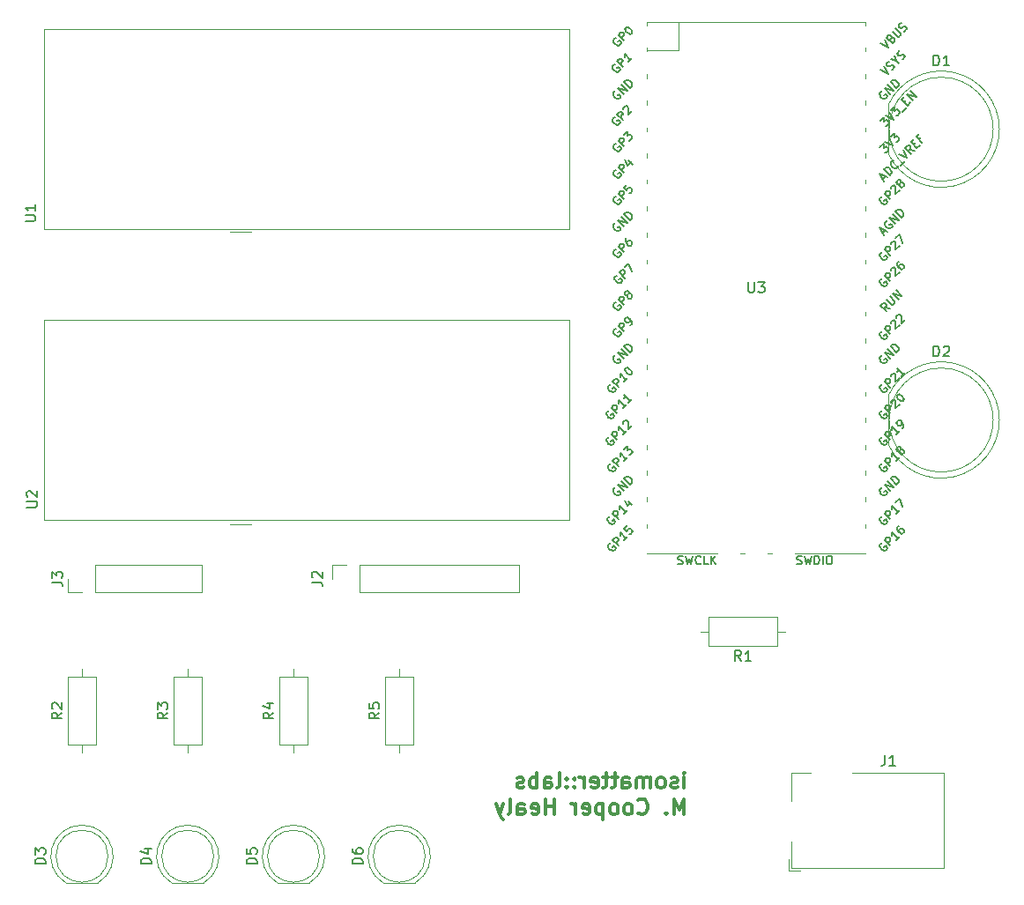
<source format=gbr>
%TF.GenerationSoftware,KiCad,Pcbnew,7.0.5-0*%
%TF.CreationDate,2023-07-14T21:04:26-05:00*%
%TF.ProjectId,lab-env-sensor-hw,6c61622d-656e-4762-9d73-656e736f722d,rev?*%
%TF.SameCoordinates,Original*%
%TF.FileFunction,Legend,Top*%
%TF.FilePolarity,Positive*%
%FSLAX46Y46*%
G04 Gerber Fmt 4.6, Leading zero omitted, Abs format (unit mm)*
G04 Created by KiCad (PCBNEW 7.0.5-0) date 2023-07-14 21:04:26*
%MOMM*%
%LPD*%
G01*
G04 APERTURE LIST*
%ADD10C,0.300000*%
%ADD11C,0.150000*%
%ADD12C,0.120000*%
G04 APERTURE END LIST*
D10*
X126445489Y-119180828D02*
X126445489Y-117680828D01*
X126445489Y-117680828D02*
X125945489Y-118752257D01*
X125945489Y-118752257D02*
X125445489Y-117680828D01*
X125445489Y-117680828D02*
X125445489Y-119180828D01*
X124731203Y-119037971D02*
X124659774Y-119109400D01*
X124659774Y-119109400D02*
X124731203Y-119180828D01*
X124731203Y-119180828D02*
X124802631Y-119109400D01*
X124802631Y-119109400D02*
X124731203Y-119037971D01*
X124731203Y-119037971D02*
X124731203Y-119180828D01*
X122016917Y-119037971D02*
X122088345Y-119109400D01*
X122088345Y-119109400D02*
X122302631Y-119180828D01*
X122302631Y-119180828D02*
X122445488Y-119180828D01*
X122445488Y-119180828D02*
X122659774Y-119109400D01*
X122659774Y-119109400D02*
X122802631Y-118966542D01*
X122802631Y-118966542D02*
X122874060Y-118823685D01*
X122874060Y-118823685D02*
X122945488Y-118537971D01*
X122945488Y-118537971D02*
X122945488Y-118323685D01*
X122945488Y-118323685D02*
X122874060Y-118037971D01*
X122874060Y-118037971D02*
X122802631Y-117895114D01*
X122802631Y-117895114D02*
X122659774Y-117752257D01*
X122659774Y-117752257D02*
X122445488Y-117680828D01*
X122445488Y-117680828D02*
X122302631Y-117680828D01*
X122302631Y-117680828D02*
X122088345Y-117752257D01*
X122088345Y-117752257D02*
X122016917Y-117823685D01*
X121159774Y-119180828D02*
X121302631Y-119109400D01*
X121302631Y-119109400D02*
X121374060Y-119037971D01*
X121374060Y-119037971D02*
X121445488Y-118895114D01*
X121445488Y-118895114D02*
X121445488Y-118466542D01*
X121445488Y-118466542D02*
X121374060Y-118323685D01*
X121374060Y-118323685D02*
X121302631Y-118252257D01*
X121302631Y-118252257D02*
X121159774Y-118180828D01*
X121159774Y-118180828D02*
X120945488Y-118180828D01*
X120945488Y-118180828D02*
X120802631Y-118252257D01*
X120802631Y-118252257D02*
X120731203Y-118323685D01*
X120731203Y-118323685D02*
X120659774Y-118466542D01*
X120659774Y-118466542D02*
X120659774Y-118895114D01*
X120659774Y-118895114D02*
X120731203Y-119037971D01*
X120731203Y-119037971D02*
X120802631Y-119109400D01*
X120802631Y-119109400D02*
X120945488Y-119180828D01*
X120945488Y-119180828D02*
X121159774Y-119180828D01*
X119802631Y-119180828D02*
X119945488Y-119109400D01*
X119945488Y-119109400D02*
X120016917Y-119037971D01*
X120016917Y-119037971D02*
X120088345Y-118895114D01*
X120088345Y-118895114D02*
X120088345Y-118466542D01*
X120088345Y-118466542D02*
X120016917Y-118323685D01*
X120016917Y-118323685D02*
X119945488Y-118252257D01*
X119945488Y-118252257D02*
X119802631Y-118180828D01*
X119802631Y-118180828D02*
X119588345Y-118180828D01*
X119588345Y-118180828D02*
X119445488Y-118252257D01*
X119445488Y-118252257D02*
X119374060Y-118323685D01*
X119374060Y-118323685D02*
X119302631Y-118466542D01*
X119302631Y-118466542D02*
X119302631Y-118895114D01*
X119302631Y-118895114D02*
X119374060Y-119037971D01*
X119374060Y-119037971D02*
X119445488Y-119109400D01*
X119445488Y-119109400D02*
X119588345Y-119180828D01*
X119588345Y-119180828D02*
X119802631Y-119180828D01*
X118659774Y-118180828D02*
X118659774Y-119680828D01*
X118659774Y-118252257D02*
X118516917Y-118180828D01*
X118516917Y-118180828D02*
X118231202Y-118180828D01*
X118231202Y-118180828D02*
X118088345Y-118252257D01*
X118088345Y-118252257D02*
X118016917Y-118323685D01*
X118016917Y-118323685D02*
X117945488Y-118466542D01*
X117945488Y-118466542D02*
X117945488Y-118895114D01*
X117945488Y-118895114D02*
X118016917Y-119037971D01*
X118016917Y-119037971D02*
X118088345Y-119109400D01*
X118088345Y-119109400D02*
X118231202Y-119180828D01*
X118231202Y-119180828D02*
X118516917Y-119180828D01*
X118516917Y-119180828D02*
X118659774Y-119109400D01*
X116731202Y-119109400D02*
X116874059Y-119180828D01*
X116874059Y-119180828D02*
X117159774Y-119180828D01*
X117159774Y-119180828D02*
X117302631Y-119109400D01*
X117302631Y-119109400D02*
X117374059Y-118966542D01*
X117374059Y-118966542D02*
X117374059Y-118395114D01*
X117374059Y-118395114D02*
X117302631Y-118252257D01*
X117302631Y-118252257D02*
X117159774Y-118180828D01*
X117159774Y-118180828D02*
X116874059Y-118180828D01*
X116874059Y-118180828D02*
X116731202Y-118252257D01*
X116731202Y-118252257D02*
X116659774Y-118395114D01*
X116659774Y-118395114D02*
X116659774Y-118537971D01*
X116659774Y-118537971D02*
X117374059Y-118680828D01*
X116016917Y-119180828D02*
X116016917Y-118180828D01*
X116016917Y-118466542D02*
X115945488Y-118323685D01*
X115945488Y-118323685D02*
X115874060Y-118252257D01*
X115874060Y-118252257D02*
X115731202Y-118180828D01*
X115731202Y-118180828D02*
X115588345Y-118180828D01*
X113945489Y-119180828D02*
X113945489Y-117680828D01*
X113945489Y-118395114D02*
X113088346Y-118395114D01*
X113088346Y-119180828D02*
X113088346Y-117680828D01*
X111802631Y-119109400D02*
X111945488Y-119180828D01*
X111945488Y-119180828D02*
X112231203Y-119180828D01*
X112231203Y-119180828D02*
X112374060Y-119109400D01*
X112374060Y-119109400D02*
X112445488Y-118966542D01*
X112445488Y-118966542D02*
X112445488Y-118395114D01*
X112445488Y-118395114D02*
X112374060Y-118252257D01*
X112374060Y-118252257D02*
X112231203Y-118180828D01*
X112231203Y-118180828D02*
X111945488Y-118180828D01*
X111945488Y-118180828D02*
X111802631Y-118252257D01*
X111802631Y-118252257D02*
X111731203Y-118395114D01*
X111731203Y-118395114D02*
X111731203Y-118537971D01*
X111731203Y-118537971D02*
X112445488Y-118680828D01*
X110445489Y-119180828D02*
X110445489Y-118395114D01*
X110445489Y-118395114D02*
X110516917Y-118252257D01*
X110516917Y-118252257D02*
X110659774Y-118180828D01*
X110659774Y-118180828D02*
X110945489Y-118180828D01*
X110945489Y-118180828D02*
X111088346Y-118252257D01*
X110445489Y-119109400D02*
X110588346Y-119180828D01*
X110588346Y-119180828D02*
X110945489Y-119180828D01*
X110945489Y-119180828D02*
X111088346Y-119109400D01*
X111088346Y-119109400D02*
X111159774Y-118966542D01*
X111159774Y-118966542D02*
X111159774Y-118823685D01*
X111159774Y-118823685D02*
X111088346Y-118680828D01*
X111088346Y-118680828D02*
X110945489Y-118609400D01*
X110945489Y-118609400D02*
X110588346Y-118609400D01*
X110588346Y-118609400D02*
X110445489Y-118537971D01*
X109516917Y-119180828D02*
X109659774Y-119109400D01*
X109659774Y-119109400D02*
X109731203Y-118966542D01*
X109731203Y-118966542D02*
X109731203Y-117680828D01*
X109088346Y-118180828D02*
X108731203Y-119180828D01*
X108374060Y-118180828D02*
X108731203Y-119180828D01*
X108731203Y-119180828D02*
X108874060Y-119537971D01*
X108874060Y-119537971D02*
X108945489Y-119609400D01*
X108945489Y-119609400D02*
X109088346Y-119680828D01*
X126445489Y-116640828D02*
X126445489Y-115640828D01*
X126445489Y-115140828D02*
X126516917Y-115212257D01*
X126516917Y-115212257D02*
X126445489Y-115283685D01*
X126445489Y-115283685D02*
X126374060Y-115212257D01*
X126374060Y-115212257D02*
X126445489Y-115140828D01*
X126445489Y-115140828D02*
X126445489Y-115283685D01*
X125802631Y-116569400D02*
X125659774Y-116640828D01*
X125659774Y-116640828D02*
X125374060Y-116640828D01*
X125374060Y-116640828D02*
X125231203Y-116569400D01*
X125231203Y-116569400D02*
X125159774Y-116426542D01*
X125159774Y-116426542D02*
X125159774Y-116355114D01*
X125159774Y-116355114D02*
X125231203Y-116212257D01*
X125231203Y-116212257D02*
X125374060Y-116140828D01*
X125374060Y-116140828D02*
X125588346Y-116140828D01*
X125588346Y-116140828D02*
X125731203Y-116069400D01*
X125731203Y-116069400D02*
X125802631Y-115926542D01*
X125802631Y-115926542D02*
X125802631Y-115855114D01*
X125802631Y-115855114D02*
X125731203Y-115712257D01*
X125731203Y-115712257D02*
X125588346Y-115640828D01*
X125588346Y-115640828D02*
X125374060Y-115640828D01*
X125374060Y-115640828D02*
X125231203Y-115712257D01*
X124302631Y-116640828D02*
X124445488Y-116569400D01*
X124445488Y-116569400D02*
X124516917Y-116497971D01*
X124516917Y-116497971D02*
X124588345Y-116355114D01*
X124588345Y-116355114D02*
X124588345Y-115926542D01*
X124588345Y-115926542D02*
X124516917Y-115783685D01*
X124516917Y-115783685D02*
X124445488Y-115712257D01*
X124445488Y-115712257D02*
X124302631Y-115640828D01*
X124302631Y-115640828D02*
X124088345Y-115640828D01*
X124088345Y-115640828D02*
X123945488Y-115712257D01*
X123945488Y-115712257D02*
X123874060Y-115783685D01*
X123874060Y-115783685D02*
X123802631Y-115926542D01*
X123802631Y-115926542D02*
X123802631Y-116355114D01*
X123802631Y-116355114D02*
X123874060Y-116497971D01*
X123874060Y-116497971D02*
X123945488Y-116569400D01*
X123945488Y-116569400D02*
X124088345Y-116640828D01*
X124088345Y-116640828D02*
X124302631Y-116640828D01*
X123159774Y-116640828D02*
X123159774Y-115640828D01*
X123159774Y-115783685D02*
X123088345Y-115712257D01*
X123088345Y-115712257D02*
X122945488Y-115640828D01*
X122945488Y-115640828D02*
X122731202Y-115640828D01*
X122731202Y-115640828D02*
X122588345Y-115712257D01*
X122588345Y-115712257D02*
X122516917Y-115855114D01*
X122516917Y-115855114D02*
X122516917Y-116640828D01*
X122516917Y-115855114D02*
X122445488Y-115712257D01*
X122445488Y-115712257D02*
X122302631Y-115640828D01*
X122302631Y-115640828D02*
X122088345Y-115640828D01*
X122088345Y-115640828D02*
X121945488Y-115712257D01*
X121945488Y-115712257D02*
X121874059Y-115855114D01*
X121874059Y-115855114D02*
X121874059Y-116640828D01*
X120516917Y-116640828D02*
X120516917Y-115855114D01*
X120516917Y-115855114D02*
X120588345Y-115712257D01*
X120588345Y-115712257D02*
X120731202Y-115640828D01*
X120731202Y-115640828D02*
X121016917Y-115640828D01*
X121016917Y-115640828D02*
X121159774Y-115712257D01*
X120516917Y-116569400D02*
X120659774Y-116640828D01*
X120659774Y-116640828D02*
X121016917Y-116640828D01*
X121016917Y-116640828D02*
X121159774Y-116569400D01*
X121159774Y-116569400D02*
X121231202Y-116426542D01*
X121231202Y-116426542D02*
X121231202Y-116283685D01*
X121231202Y-116283685D02*
X121159774Y-116140828D01*
X121159774Y-116140828D02*
X121016917Y-116069400D01*
X121016917Y-116069400D02*
X120659774Y-116069400D01*
X120659774Y-116069400D02*
X120516917Y-115997971D01*
X120016916Y-115640828D02*
X119445488Y-115640828D01*
X119802631Y-115140828D02*
X119802631Y-116426542D01*
X119802631Y-116426542D02*
X119731202Y-116569400D01*
X119731202Y-116569400D02*
X119588345Y-116640828D01*
X119588345Y-116640828D02*
X119445488Y-116640828D01*
X119159773Y-115640828D02*
X118588345Y-115640828D01*
X118945488Y-115140828D02*
X118945488Y-116426542D01*
X118945488Y-116426542D02*
X118874059Y-116569400D01*
X118874059Y-116569400D02*
X118731202Y-116640828D01*
X118731202Y-116640828D02*
X118588345Y-116640828D01*
X117516916Y-116569400D02*
X117659773Y-116640828D01*
X117659773Y-116640828D02*
X117945488Y-116640828D01*
X117945488Y-116640828D02*
X118088345Y-116569400D01*
X118088345Y-116569400D02*
X118159773Y-116426542D01*
X118159773Y-116426542D02*
X118159773Y-115855114D01*
X118159773Y-115855114D02*
X118088345Y-115712257D01*
X118088345Y-115712257D02*
X117945488Y-115640828D01*
X117945488Y-115640828D02*
X117659773Y-115640828D01*
X117659773Y-115640828D02*
X117516916Y-115712257D01*
X117516916Y-115712257D02*
X117445488Y-115855114D01*
X117445488Y-115855114D02*
X117445488Y-115997971D01*
X117445488Y-115997971D02*
X118159773Y-116140828D01*
X116802631Y-116640828D02*
X116802631Y-115640828D01*
X116802631Y-115926542D02*
X116731202Y-115783685D01*
X116731202Y-115783685D02*
X116659774Y-115712257D01*
X116659774Y-115712257D02*
X116516916Y-115640828D01*
X116516916Y-115640828D02*
X116374059Y-115640828D01*
X115874060Y-116497971D02*
X115802631Y-116569400D01*
X115802631Y-116569400D02*
X115874060Y-116640828D01*
X115874060Y-116640828D02*
X115945488Y-116569400D01*
X115945488Y-116569400D02*
X115874060Y-116497971D01*
X115874060Y-116497971D02*
X115874060Y-116640828D01*
X115874060Y-115712257D02*
X115802631Y-115783685D01*
X115802631Y-115783685D02*
X115874060Y-115855114D01*
X115874060Y-115855114D02*
X115945488Y-115783685D01*
X115945488Y-115783685D02*
X115874060Y-115712257D01*
X115874060Y-115712257D02*
X115874060Y-115855114D01*
X115159774Y-116497971D02*
X115088345Y-116569400D01*
X115088345Y-116569400D02*
X115159774Y-116640828D01*
X115159774Y-116640828D02*
X115231202Y-116569400D01*
X115231202Y-116569400D02*
X115159774Y-116497971D01*
X115159774Y-116497971D02*
X115159774Y-116640828D01*
X115159774Y-115712257D02*
X115088345Y-115783685D01*
X115088345Y-115783685D02*
X115159774Y-115855114D01*
X115159774Y-115855114D02*
X115231202Y-115783685D01*
X115231202Y-115783685D02*
X115159774Y-115712257D01*
X115159774Y-115712257D02*
X115159774Y-115855114D01*
X114231202Y-116640828D02*
X114374059Y-116569400D01*
X114374059Y-116569400D02*
X114445488Y-116426542D01*
X114445488Y-116426542D02*
X114445488Y-115140828D01*
X113016917Y-116640828D02*
X113016917Y-115855114D01*
X113016917Y-115855114D02*
X113088345Y-115712257D01*
X113088345Y-115712257D02*
X113231202Y-115640828D01*
X113231202Y-115640828D02*
X113516917Y-115640828D01*
X113516917Y-115640828D02*
X113659774Y-115712257D01*
X113016917Y-116569400D02*
X113159774Y-116640828D01*
X113159774Y-116640828D02*
X113516917Y-116640828D01*
X113516917Y-116640828D02*
X113659774Y-116569400D01*
X113659774Y-116569400D02*
X113731202Y-116426542D01*
X113731202Y-116426542D02*
X113731202Y-116283685D01*
X113731202Y-116283685D02*
X113659774Y-116140828D01*
X113659774Y-116140828D02*
X113516917Y-116069400D01*
X113516917Y-116069400D02*
X113159774Y-116069400D01*
X113159774Y-116069400D02*
X113016917Y-115997971D01*
X112302631Y-116640828D02*
X112302631Y-115140828D01*
X112302631Y-115712257D02*
X112159774Y-115640828D01*
X112159774Y-115640828D02*
X111874059Y-115640828D01*
X111874059Y-115640828D02*
X111731202Y-115712257D01*
X111731202Y-115712257D02*
X111659774Y-115783685D01*
X111659774Y-115783685D02*
X111588345Y-115926542D01*
X111588345Y-115926542D02*
X111588345Y-116355114D01*
X111588345Y-116355114D02*
X111659774Y-116497971D01*
X111659774Y-116497971D02*
X111731202Y-116569400D01*
X111731202Y-116569400D02*
X111874059Y-116640828D01*
X111874059Y-116640828D02*
X112159774Y-116640828D01*
X112159774Y-116640828D02*
X112302631Y-116569400D01*
X111016916Y-116569400D02*
X110874059Y-116640828D01*
X110874059Y-116640828D02*
X110588345Y-116640828D01*
X110588345Y-116640828D02*
X110445488Y-116569400D01*
X110445488Y-116569400D02*
X110374059Y-116426542D01*
X110374059Y-116426542D02*
X110374059Y-116355114D01*
X110374059Y-116355114D02*
X110445488Y-116212257D01*
X110445488Y-116212257D02*
X110588345Y-116140828D01*
X110588345Y-116140828D02*
X110802631Y-116140828D01*
X110802631Y-116140828D02*
X110945488Y-116069400D01*
X110945488Y-116069400D02*
X111016916Y-115926542D01*
X111016916Y-115926542D02*
X111016916Y-115855114D01*
X111016916Y-115855114D02*
X110945488Y-115712257D01*
X110945488Y-115712257D02*
X110802631Y-115640828D01*
X110802631Y-115640828D02*
X110588345Y-115640828D01*
X110588345Y-115640828D02*
X110445488Y-115712257D01*
D11*
%TO.C,U2*%
X63274819Y-89661904D02*
X64084342Y-89661904D01*
X64084342Y-89661904D02*
X64179580Y-89614285D01*
X64179580Y-89614285D02*
X64227200Y-89566666D01*
X64227200Y-89566666D02*
X64274819Y-89471428D01*
X64274819Y-89471428D02*
X64274819Y-89280952D01*
X64274819Y-89280952D02*
X64227200Y-89185714D01*
X64227200Y-89185714D02*
X64179580Y-89138095D01*
X64179580Y-89138095D02*
X64084342Y-89090476D01*
X64084342Y-89090476D02*
X63274819Y-89090476D01*
X63370057Y-88661904D02*
X63322438Y-88614285D01*
X63322438Y-88614285D02*
X63274819Y-88519047D01*
X63274819Y-88519047D02*
X63274819Y-88280952D01*
X63274819Y-88280952D02*
X63322438Y-88185714D01*
X63322438Y-88185714D02*
X63370057Y-88138095D01*
X63370057Y-88138095D02*
X63465295Y-88090476D01*
X63465295Y-88090476D02*
X63560533Y-88090476D01*
X63560533Y-88090476D02*
X63703390Y-88138095D01*
X63703390Y-88138095D02*
X64274819Y-88709523D01*
X64274819Y-88709523D02*
X64274819Y-88090476D01*
%TO.C,J1*%
X145736666Y-113464819D02*
X145736666Y-114179104D01*
X145736666Y-114179104D02*
X145689047Y-114321961D01*
X145689047Y-114321961D02*
X145593809Y-114417200D01*
X145593809Y-114417200D02*
X145450952Y-114464819D01*
X145450952Y-114464819D02*
X145355714Y-114464819D01*
X146736666Y-114464819D02*
X146165238Y-114464819D01*
X146450952Y-114464819D02*
X146450952Y-113464819D01*
X146450952Y-113464819D02*
X146355714Y-113607676D01*
X146355714Y-113607676D02*
X146260476Y-113702914D01*
X146260476Y-113702914D02*
X146165238Y-113750533D01*
%TO.C,U3*%
X132588095Y-68034819D02*
X132588095Y-68844342D01*
X132588095Y-68844342D02*
X132635714Y-68939580D01*
X132635714Y-68939580D02*
X132683333Y-68987200D01*
X132683333Y-68987200D02*
X132778571Y-69034819D01*
X132778571Y-69034819D02*
X132969047Y-69034819D01*
X132969047Y-69034819D02*
X133064285Y-68987200D01*
X133064285Y-68987200D02*
X133111904Y-68939580D01*
X133111904Y-68939580D02*
X133159523Y-68844342D01*
X133159523Y-68844342D02*
X133159523Y-68034819D01*
X133540476Y-68034819D02*
X134159523Y-68034819D01*
X134159523Y-68034819D02*
X133826190Y-68415771D01*
X133826190Y-68415771D02*
X133969047Y-68415771D01*
X133969047Y-68415771D02*
X134064285Y-68463390D01*
X134064285Y-68463390D02*
X134111904Y-68511009D01*
X134111904Y-68511009D02*
X134159523Y-68606247D01*
X134159523Y-68606247D02*
X134159523Y-68844342D01*
X134159523Y-68844342D02*
X134111904Y-68939580D01*
X134111904Y-68939580D02*
X134064285Y-68987200D01*
X134064285Y-68987200D02*
X133969047Y-69034819D01*
X133969047Y-69034819D02*
X133683333Y-69034819D01*
X133683333Y-69034819D02*
X133588095Y-68987200D01*
X133588095Y-68987200D02*
X133540476Y-68939580D01*
X145501873Y-63321240D02*
X145771247Y-63051866D01*
X145609623Y-63536739D02*
X145232499Y-62782492D01*
X145232499Y-62782492D02*
X145986746Y-63159615D01*
X145932871Y-62135994D02*
X145852059Y-62162932D01*
X145852059Y-62162932D02*
X145771247Y-62243744D01*
X145771247Y-62243744D02*
X145717372Y-62351494D01*
X145717372Y-62351494D02*
X145717372Y-62459243D01*
X145717372Y-62459243D02*
X145744310Y-62540055D01*
X145744310Y-62540055D02*
X145825122Y-62674742D01*
X145825122Y-62674742D02*
X145905934Y-62755555D01*
X145905934Y-62755555D02*
X146040621Y-62836367D01*
X146040621Y-62836367D02*
X146121433Y-62863304D01*
X146121433Y-62863304D02*
X146229183Y-62863304D01*
X146229183Y-62863304D02*
X146336932Y-62809429D01*
X146336932Y-62809429D02*
X146390807Y-62755555D01*
X146390807Y-62755555D02*
X146444682Y-62647805D01*
X146444682Y-62647805D02*
X146444682Y-62593930D01*
X146444682Y-62593930D02*
X146256120Y-62405368D01*
X146256120Y-62405368D02*
X146148371Y-62513118D01*
X146740993Y-62405368D02*
X146175308Y-61839683D01*
X146175308Y-61839683D02*
X147064242Y-62082120D01*
X147064242Y-62082120D02*
X146498557Y-61516434D01*
X147333616Y-61812746D02*
X146767931Y-61247060D01*
X146767931Y-61247060D02*
X146902618Y-61112373D01*
X146902618Y-61112373D02*
X147010367Y-61058498D01*
X147010367Y-61058498D02*
X147118117Y-61058498D01*
X147118117Y-61058498D02*
X147198929Y-61085436D01*
X147198929Y-61085436D02*
X147333616Y-61166248D01*
X147333616Y-61166248D02*
X147414428Y-61247060D01*
X147414428Y-61247060D02*
X147495241Y-61381747D01*
X147495241Y-61381747D02*
X147522178Y-61462560D01*
X147522178Y-61462560D02*
X147522178Y-61570309D01*
X147522178Y-61570309D02*
X147468303Y-61678059D01*
X147468303Y-61678059D02*
X147333616Y-61812746D01*
X145447998Y-80400868D02*
X145367185Y-80427805D01*
X145367185Y-80427805D02*
X145286373Y-80508618D01*
X145286373Y-80508618D02*
X145232498Y-80616367D01*
X145232498Y-80616367D02*
X145232498Y-80724117D01*
X145232498Y-80724117D02*
X145259436Y-80804929D01*
X145259436Y-80804929D02*
X145340248Y-80939616D01*
X145340248Y-80939616D02*
X145421060Y-81020428D01*
X145421060Y-81020428D02*
X145555747Y-81101241D01*
X145555747Y-81101241D02*
X145636560Y-81128178D01*
X145636560Y-81128178D02*
X145744309Y-81128178D01*
X145744309Y-81128178D02*
X145852059Y-81074303D01*
X145852059Y-81074303D02*
X145905934Y-81020428D01*
X145905934Y-81020428D02*
X145959808Y-80912679D01*
X145959808Y-80912679D02*
X145959808Y-80858804D01*
X145959808Y-80858804D02*
X145771247Y-80670242D01*
X145771247Y-80670242D02*
X145663497Y-80777992D01*
X146256120Y-80670242D02*
X145690434Y-80104557D01*
X145690434Y-80104557D02*
X145905934Y-79889057D01*
X145905934Y-79889057D02*
X145986746Y-79862120D01*
X145986746Y-79862120D02*
X146040621Y-79862120D01*
X146040621Y-79862120D02*
X146121433Y-79889057D01*
X146121433Y-79889057D02*
X146202245Y-79969870D01*
X146202245Y-79969870D02*
X146229182Y-80050682D01*
X146229182Y-80050682D02*
X146229182Y-80104557D01*
X146229182Y-80104557D02*
X146202245Y-80185369D01*
X146202245Y-80185369D02*
X145986746Y-80400868D01*
X146283057Y-79619683D02*
X146283057Y-79565809D01*
X146283057Y-79565809D02*
X146309995Y-79484996D01*
X146309995Y-79484996D02*
X146444682Y-79350309D01*
X146444682Y-79350309D02*
X146525494Y-79323372D01*
X146525494Y-79323372D02*
X146579369Y-79323372D01*
X146579369Y-79323372D02*
X146660181Y-79350309D01*
X146660181Y-79350309D02*
X146714056Y-79404184D01*
X146714056Y-79404184D02*
X146767930Y-79511934D01*
X146767930Y-79511934D02*
X146767930Y-80158431D01*
X146767930Y-80158431D02*
X147118117Y-79808245D01*
X146902618Y-78892373D02*
X146956492Y-78838499D01*
X146956492Y-78838499D02*
X147037305Y-78811561D01*
X147037305Y-78811561D02*
X147091179Y-78811561D01*
X147091179Y-78811561D02*
X147171992Y-78838499D01*
X147171992Y-78838499D02*
X147306679Y-78919311D01*
X147306679Y-78919311D02*
X147441366Y-79053998D01*
X147441366Y-79053998D02*
X147522178Y-79188685D01*
X147522178Y-79188685D02*
X147549115Y-79269497D01*
X147549115Y-79269497D02*
X147549115Y-79323372D01*
X147549115Y-79323372D02*
X147522178Y-79404184D01*
X147522178Y-79404184D02*
X147468303Y-79458059D01*
X147468303Y-79458059D02*
X147387491Y-79484996D01*
X147387491Y-79484996D02*
X147333616Y-79484996D01*
X147333616Y-79484996D02*
X147252804Y-79458059D01*
X147252804Y-79458059D02*
X147118117Y-79377247D01*
X147118117Y-79377247D02*
X146983430Y-79242560D01*
X146983430Y-79242560D02*
X146902618Y-79107873D01*
X146902618Y-79107873D02*
X146875680Y-79027060D01*
X146875680Y-79027060D02*
X146875680Y-78973186D01*
X146875680Y-78973186D02*
X146902618Y-78892373D01*
X119836435Y-75078431D02*
X119755623Y-75105368D01*
X119755623Y-75105368D02*
X119674811Y-75186180D01*
X119674811Y-75186180D02*
X119620936Y-75293930D01*
X119620936Y-75293930D02*
X119620936Y-75401680D01*
X119620936Y-75401680D02*
X119647873Y-75482492D01*
X119647873Y-75482492D02*
X119728685Y-75617179D01*
X119728685Y-75617179D02*
X119809498Y-75697991D01*
X119809498Y-75697991D02*
X119944185Y-75778803D01*
X119944185Y-75778803D02*
X120024997Y-75805741D01*
X120024997Y-75805741D02*
X120132746Y-75805741D01*
X120132746Y-75805741D02*
X120240496Y-75751866D01*
X120240496Y-75751866D02*
X120294371Y-75697991D01*
X120294371Y-75697991D02*
X120348246Y-75590241D01*
X120348246Y-75590241D02*
X120348246Y-75536367D01*
X120348246Y-75536367D02*
X120159684Y-75347805D01*
X120159684Y-75347805D02*
X120051934Y-75455554D01*
X120644557Y-75347805D02*
X120078872Y-74782119D01*
X120078872Y-74782119D02*
X120967806Y-75024556D01*
X120967806Y-75024556D02*
X120402120Y-74458871D01*
X121237180Y-74755182D02*
X120671494Y-74189497D01*
X120671494Y-74189497D02*
X120806181Y-74054810D01*
X120806181Y-74054810D02*
X120913931Y-74000935D01*
X120913931Y-74000935D02*
X121021680Y-74000935D01*
X121021680Y-74000935D02*
X121102493Y-74027872D01*
X121102493Y-74027872D02*
X121237180Y-74108685D01*
X121237180Y-74108685D02*
X121317992Y-74189497D01*
X121317992Y-74189497D02*
X121398804Y-74324184D01*
X121398804Y-74324184D02*
X121425741Y-74404996D01*
X121425741Y-74404996D02*
X121425741Y-74512746D01*
X121425741Y-74512746D02*
X121371867Y-74620495D01*
X121371867Y-74620495D02*
X121237180Y-74755182D01*
X125840475Y-95104200D02*
X125954761Y-95142295D01*
X125954761Y-95142295D02*
X126145237Y-95142295D01*
X126145237Y-95142295D02*
X126221428Y-95104200D01*
X126221428Y-95104200D02*
X126259523Y-95066104D01*
X126259523Y-95066104D02*
X126297618Y-94989914D01*
X126297618Y-94989914D02*
X126297618Y-94913723D01*
X126297618Y-94913723D02*
X126259523Y-94837533D01*
X126259523Y-94837533D02*
X126221428Y-94799438D01*
X126221428Y-94799438D02*
X126145237Y-94761342D01*
X126145237Y-94761342D02*
X125992856Y-94723247D01*
X125992856Y-94723247D02*
X125916666Y-94685152D01*
X125916666Y-94685152D02*
X125878571Y-94647057D01*
X125878571Y-94647057D02*
X125840475Y-94570866D01*
X125840475Y-94570866D02*
X125840475Y-94494676D01*
X125840475Y-94494676D02*
X125878571Y-94418485D01*
X125878571Y-94418485D02*
X125916666Y-94380390D01*
X125916666Y-94380390D02*
X125992856Y-94342295D01*
X125992856Y-94342295D02*
X126183333Y-94342295D01*
X126183333Y-94342295D02*
X126297618Y-94380390D01*
X126564285Y-94342295D02*
X126754761Y-95142295D01*
X126754761Y-95142295D02*
X126907142Y-94570866D01*
X126907142Y-94570866D02*
X127059523Y-95142295D01*
X127059523Y-95142295D02*
X127250000Y-94342295D01*
X128011905Y-95066104D02*
X127973809Y-95104200D01*
X127973809Y-95104200D02*
X127859524Y-95142295D01*
X127859524Y-95142295D02*
X127783333Y-95142295D01*
X127783333Y-95142295D02*
X127669047Y-95104200D01*
X127669047Y-95104200D02*
X127592857Y-95028009D01*
X127592857Y-95028009D02*
X127554762Y-94951819D01*
X127554762Y-94951819D02*
X127516666Y-94799438D01*
X127516666Y-94799438D02*
X127516666Y-94685152D01*
X127516666Y-94685152D02*
X127554762Y-94532771D01*
X127554762Y-94532771D02*
X127592857Y-94456580D01*
X127592857Y-94456580D02*
X127669047Y-94380390D01*
X127669047Y-94380390D02*
X127783333Y-94342295D01*
X127783333Y-94342295D02*
X127859524Y-94342295D01*
X127859524Y-94342295D02*
X127973809Y-94380390D01*
X127973809Y-94380390D02*
X128011905Y-94418485D01*
X128735714Y-95142295D02*
X128354762Y-95142295D01*
X128354762Y-95142295D02*
X128354762Y-94342295D01*
X129002381Y-95142295D02*
X129002381Y-94342295D01*
X129459524Y-95142295D02*
X129116666Y-94685152D01*
X129459524Y-94342295D02*
X129002381Y-94799438D01*
X145447998Y-67700868D02*
X145367185Y-67727805D01*
X145367185Y-67727805D02*
X145286373Y-67808618D01*
X145286373Y-67808618D02*
X145232498Y-67916367D01*
X145232498Y-67916367D02*
X145232498Y-68024117D01*
X145232498Y-68024117D02*
X145259436Y-68104929D01*
X145259436Y-68104929D02*
X145340248Y-68239616D01*
X145340248Y-68239616D02*
X145421060Y-68320428D01*
X145421060Y-68320428D02*
X145555747Y-68401241D01*
X145555747Y-68401241D02*
X145636560Y-68428178D01*
X145636560Y-68428178D02*
X145744309Y-68428178D01*
X145744309Y-68428178D02*
X145852059Y-68374303D01*
X145852059Y-68374303D02*
X145905934Y-68320428D01*
X145905934Y-68320428D02*
X145959808Y-68212679D01*
X145959808Y-68212679D02*
X145959808Y-68158804D01*
X145959808Y-68158804D02*
X145771247Y-67970242D01*
X145771247Y-67970242D02*
X145663497Y-68077992D01*
X146256120Y-67970242D02*
X145690434Y-67404557D01*
X145690434Y-67404557D02*
X145905934Y-67189057D01*
X145905934Y-67189057D02*
X145986746Y-67162120D01*
X145986746Y-67162120D02*
X146040621Y-67162120D01*
X146040621Y-67162120D02*
X146121433Y-67189057D01*
X146121433Y-67189057D02*
X146202245Y-67269870D01*
X146202245Y-67269870D02*
X146229182Y-67350682D01*
X146229182Y-67350682D02*
X146229182Y-67404557D01*
X146229182Y-67404557D02*
X146202245Y-67485369D01*
X146202245Y-67485369D02*
X145986746Y-67700868D01*
X146283057Y-66919683D02*
X146283057Y-66865809D01*
X146283057Y-66865809D02*
X146309995Y-66784996D01*
X146309995Y-66784996D02*
X146444682Y-66650309D01*
X146444682Y-66650309D02*
X146525494Y-66623372D01*
X146525494Y-66623372D02*
X146579369Y-66623372D01*
X146579369Y-66623372D02*
X146660181Y-66650309D01*
X146660181Y-66650309D02*
X146714056Y-66704184D01*
X146714056Y-66704184D02*
X146767930Y-66811934D01*
X146767930Y-66811934D02*
X146767930Y-67458431D01*
X146767930Y-67458431D02*
X147118117Y-67108245D01*
X147037305Y-66057686D02*
X146929555Y-66165436D01*
X146929555Y-66165436D02*
X146902618Y-66246248D01*
X146902618Y-66246248D02*
X146902618Y-66300123D01*
X146902618Y-66300123D02*
X146929555Y-66434810D01*
X146929555Y-66434810D02*
X147010367Y-66569497D01*
X147010367Y-66569497D02*
X147225866Y-66784996D01*
X147225866Y-66784996D02*
X147306679Y-66811934D01*
X147306679Y-66811934D02*
X147360553Y-66811934D01*
X147360553Y-66811934D02*
X147441366Y-66784996D01*
X147441366Y-66784996D02*
X147549115Y-66677247D01*
X147549115Y-66677247D02*
X147576053Y-66596434D01*
X147576053Y-66596434D02*
X147576053Y-66542560D01*
X147576053Y-66542560D02*
X147549115Y-66461747D01*
X147549115Y-66461747D02*
X147414428Y-66327060D01*
X147414428Y-66327060D02*
X147333616Y-66300123D01*
X147333616Y-66300123D02*
X147279741Y-66300123D01*
X147279741Y-66300123D02*
X147198929Y-66327060D01*
X147198929Y-66327060D02*
X147091179Y-66434810D01*
X147091179Y-66434810D02*
X147064242Y-66515622D01*
X147064242Y-66515622D02*
X147064242Y-66569497D01*
X147064242Y-66569497D02*
X147091179Y-66650309D01*
X119339998Y-77860868D02*
X119259185Y-77887805D01*
X119259185Y-77887805D02*
X119178373Y-77968618D01*
X119178373Y-77968618D02*
X119124498Y-78076367D01*
X119124498Y-78076367D02*
X119124498Y-78184117D01*
X119124498Y-78184117D02*
X119151436Y-78264929D01*
X119151436Y-78264929D02*
X119232248Y-78399616D01*
X119232248Y-78399616D02*
X119313060Y-78480428D01*
X119313060Y-78480428D02*
X119447747Y-78561241D01*
X119447747Y-78561241D02*
X119528560Y-78588178D01*
X119528560Y-78588178D02*
X119636309Y-78588178D01*
X119636309Y-78588178D02*
X119744059Y-78534303D01*
X119744059Y-78534303D02*
X119797934Y-78480428D01*
X119797934Y-78480428D02*
X119851808Y-78372679D01*
X119851808Y-78372679D02*
X119851808Y-78318804D01*
X119851808Y-78318804D02*
X119663247Y-78130242D01*
X119663247Y-78130242D02*
X119555497Y-78237992D01*
X120148120Y-78130242D02*
X119582434Y-77564557D01*
X119582434Y-77564557D02*
X119797934Y-77349057D01*
X119797934Y-77349057D02*
X119878746Y-77322120D01*
X119878746Y-77322120D02*
X119932621Y-77322120D01*
X119932621Y-77322120D02*
X120013433Y-77349057D01*
X120013433Y-77349057D02*
X120094245Y-77429870D01*
X120094245Y-77429870D02*
X120121182Y-77510682D01*
X120121182Y-77510682D02*
X120121182Y-77564557D01*
X120121182Y-77564557D02*
X120094245Y-77645369D01*
X120094245Y-77645369D02*
X119878746Y-77860868D01*
X121010117Y-77268245D02*
X120686868Y-77591494D01*
X120848492Y-77429870D02*
X120282807Y-76864184D01*
X120282807Y-76864184D02*
X120309744Y-76998871D01*
X120309744Y-76998871D02*
X120309744Y-77106621D01*
X120309744Y-77106621D02*
X120282807Y-77187433D01*
X120794618Y-76352373D02*
X120848492Y-76298499D01*
X120848492Y-76298499D02*
X120929305Y-76271561D01*
X120929305Y-76271561D02*
X120983179Y-76271561D01*
X120983179Y-76271561D02*
X121063992Y-76298499D01*
X121063992Y-76298499D02*
X121198679Y-76379311D01*
X121198679Y-76379311D02*
X121333366Y-76513998D01*
X121333366Y-76513998D02*
X121414178Y-76648685D01*
X121414178Y-76648685D02*
X121441115Y-76729497D01*
X121441115Y-76729497D02*
X121441115Y-76783372D01*
X121441115Y-76783372D02*
X121414178Y-76864184D01*
X121414178Y-76864184D02*
X121360303Y-76918059D01*
X121360303Y-76918059D02*
X121279491Y-76944996D01*
X121279491Y-76944996D02*
X121225616Y-76944996D01*
X121225616Y-76944996D02*
X121144804Y-76918059D01*
X121144804Y-76918059D02*
X121010117Y-76837247D01*
X121010117Y-76837247D02*
X120875430Y-76702560D01*
X120875430Y-76702560D02*
X120794618Y-76567873D01*
X120794618Y-76567873D02*
X120767680Y-76487060D01*
X120767680Y-76487060D02*
X120767680Y-76433186D01*
X120767680Y-76433186D02*
X120794618Y-76352373D01*
X119863372Y-69971494D02*
X119782560Y-69998431D01*
X119782560Y-69998431D02*
X119701748Y-70079243D01*
X119701748Y-70079243D02*
X119647873Y-70186993D01*
X119647873Y-70186993D02*
X119647873Y-70294742D01*
X119647873Y-70294742D02*
X119674810Y-70375555D01*
X119674810Y-70375555D02*
X119755623Y-70510242D01*
X119755623Y-70510242D02*
X119836435Y-70591054D01*
X119836435Y-70591054D02*
X119971122Y-70671866D01*
X119971122Y-70671866D02*
X120051934Y-70698803D01*
X120051934Y-70698803D02*
X120159684Y-70698803D01*
X120159684Y-70698803D02*
X120267433Y-70644929D01*
X120267433Y-70644929D02*
X120321308Y-70591054D01*
X120321308Y-70591054D02*
X120375183Y-70483304D01*
X120375183Y-70483304D02*
X120375183Y-70429429D01*
X120375183Y-70429429D02*
X120186621Y-70240868D01*
X120186621Y-70240868D02*
X120078871Y-70348617D01*
X120671494Y-70240868D02*
X120105809Y-69675182D01*
X120105809Y-69675182D02*
X120321308Y-69459683D01*
X120321308Y-69459683D02*
X120402120Y-69432746D01*
X120402120Y-69432746D02*
X120455995Y-69432746D01*
X120455995Y-69432746D02*
X120536807Y-69459683D01*
X120536807Y-69459683D02*
X120617619Y-69540495D01*
X120617619Y-69540495D02*
X120644557Y-69621307D01*
X120644557Y-69621307D02*
X120644557Y-69675182D01*
X120644557Y-69675182D02*
X120617619Y-69755994D01*
X120617619Y-69755994D02*
X120402120Y-69971494D01*
X120994743Y-69271121D02*
X120913931Y-69298059D01*
X120913931Y-69298059D02*
X120860056Y-69298059D01*
X120860056Y-69298059D02*
X120779244Y-69271121D01*
X120779244Y-69271121D02*
X120752306Y-69244184D01*
X120752306Y-69244184D02*
X120725369Y-69163372D01*
X120725369Y-69163372D02*
X120725369Y-69109497D01*
X120725369Y-69109497D02*
X120752306Y-69028685D01*
X120752306Y-69028685D02*
X120860056Y-68920935D01*
X120860056Y-68920935D02*
X120940868Y-68893998D01*
X120940868Y-68893998D02*
X120994743Y-68893998D01*
X120994743Y-68893998D02*
X121075555Y-68920935D01*
X121075555Y-68920935D02*
X121102493Y-68947872D01*
X121102493Y-68947872D02*
X121129430Y-69028685D01*
X121129430Y-69028685D02*
X121129430Y-69082559D01*
X121129430Y-69082559D02*
X121102493Y-69163372D01*
X121102493Y-69163372D02*
X120994743Y-69271121D01*
X120994743Y-69271121D02*
X120967806Y-69351933D01*
X120967806Y-69351933D02*
X120967806Y-69405808D01*
X120967806Y-69405808D02*
X120994743Y-69486620D01*
X120994743Y-69486620D02*
X121102493Y-69594370D01*
X121102493Y-69594370D02*
X121183305Y-69621307D01*
X121183305Y-69621307D02*
X121237180Y-69621307D01*
X121237180Y-69621307D02*
X121317992Y-69594370D01*
X121317992Y-69594370D02*
X121425741Y-69486620D01*
X121425741Y-69486620D02*
X121452679Y-69405808D01*
X121452679Y-69405808D02*
X121452679Y-69351933D01*
X121452679Y-69351933D02*
X121425741Y-69271121D01*
X121425741Y-69271121D02*
X121317992Y-69163372D01*
X121317992Y-69163372D02*
X121237180Y-69136434D01*
X121237180Y-69136434D02*
X121183305Y-69136434D01*
X121183305Y-69136434D02*
X121102493Y-69163372D01*
X137254761Y-95104200D02*
X137369047Y-95142295D01*
X137369047Y-95142295D02*
X137559523Y-95142295D01*
X137559523Y-95142295D02*
X137635714Y-95104200D01*
X137635714Y-95104200D02*
X137673809Y-95066104D01*
X137673809Y-95066104D02*
X137711904Y-94989914D01*
X137711904Y-94989914D02*
X137711904Y-94913723D01*
X137711904Y-94913723D02*
X137673809Y-94837533D01*
X137673809Y-94837533D02*
X137635714Y-94799438D01*
X137635714Y-94799438D02*
X137559523Y-94761342D01*
X137559523Y-94761342D02*
X137407142Y-94723247D01*
X137407142Y-94723247D02*
X137330952Y-94685152D01*
X137330952Y-94685152D02*
X137292857Y-94647057D01*
X137292857Y-94647057D02*
X137254761Y-94570866D01*
X137254761Y-94570866D02*
X137254761Y-94494676D01*
X137254761Y-94494676D02*
X137292857Y-94418485D01*
X137292857Y-94418485D02*
X137330952Y-94380390D01*
X137330952Y-94380390D02*
X137407142Y-94342295D01*
X137407142Y-94342295D02*
X137597619Y-94342295D01*
X137597619Y-94342295D02*
X137711904Y-94380390D01*
X137978571Y-94342295D02*
X138169047Y-95142295D01*
X138169047Y-95142295D02*
X138321428Y-94570866D01*
X138321428Y-94570866D02*
X138473809Y-95142295D01*
X138473809Y-95142295D02*
X138664286Y-94342295D01*
X138969048Y-95142295D02*
X138969048Y-94342295D01*
X138969048Y-94342295D02*
X139159524Y-94342295D01*
X139159524Y-94342295D02*
X139273810Y-94380390D01*
X139273810Y-94380390D02*
X139350000Y-94456580D01*
X139350000Y-94456580D02*
X139388095Y-94532771D01*
X139388095Y-94532771D02*
X139426191Y-94685152D01*
X139426191Y-94685152D02*
X139426191Y-94799438D01*
X139426191Y-94799438D02*
X139388095Y-94951819D01*
X139388095Y-94951819D02*
X139350000Y-95028009D01*
X139350000Y-95028009D02*
X139273810Y-95104200D01*
X139273810Y-95104200D02*
X139159524Y-95142295D01*
X139159524Y-95142295D02*
X138969048Y-95142295D01*
X139769048Y-95142295D02*
X139769048Y-94342295D01*
X140302381Y-94342295D02*
X140454762Y-94342295D01*
X140454762Y-94342295D02*
X140530952Y-94380390D01*
X140530952Y-94380390D02*
X140607143Y-94456580D01*
X140607143Y-94456580D02*
X140645238Y-94608961D01*
X140645238Y-94608961D02*
X140645238Y-94875628D01*
X140645238Y-94875628D02*
X140607143Y-95028009D01*
X140607143Y-95028009D02*
X140530952Y-95104200D01*
X140530952Y-95104200D02*
X140454762Y-95142295D01*
X140454762Y-95142295D02*
X140302381Y-95142295D01*
X140302381Y-95142295D02*
X140226190Y-95104200D01*
X140226190Y-95104200D02*
X140150000Y-95028009D01*
X140150000Y-95028009D02*
X140111904Y-94875628D01*
X140111904Y-94875628D02*
X140111904Y-94608961D01*
X140111904Y-94608961D02*
X140150000Y-94456580D01*
X140150000Y-94456580D02*
X140226190Y-94380390D01*
X140226190Y-94380390D02*
X140302381Y-94342295D01*
X119193998Y-80400868D02*
X119113185Y-80427805D01*
X119113185Y-80427805D02*
X119032373Y-80508618D01*
X119032373Y-80508618D02*
X118978498Y-80616367D01*
X118978498Y-80616367D02*
X118978498Y-80724117D01*
X118978498Y-80724117D02*
X119005436Y-80804929D01*
X119005436Y-80804929D02*
X119086248Y-80939616D01*
X119086248Y-80939616D02*
X119167060Y-81020428D01*
X119167060Y-81020428D02*
X119301747Y-81101241D01*
X119301747Y-81101241D02*
X119382560Y-81128178D01*
X119382560Y-81128178D02*
X119490309Y-81128178D01*
X119490309Y-81128178D02*
X119598059Y-81074303D01*
X119598059Y-81074303D02*
X119651934Y-81020428D01*
X119651934Y-81020428D02*
X119705808Y-80912679D01*
X119705808Y-80912679D02*
X119705808Y-80858804D01*
X119705808Y-80858804D02*
X119517247Y-80670242D01*
X119517247Y-80670242D02*
X119409497Y-80777992D01*
X120002120Y-80670242D02*
X119436434Y-80104557D01*
X119436434Y-80104557D02*
X119651934Y-79889057D01*
X119651934Y-79889057D02*
X119732746Y-79862120D01*
X119732746Y-79862120D02*
X119786621Y-79862120D01*
X119786621Y-79862120D02*
X119867433Y-79889057D01*
X119867433Y-79889057D02*
X119948245Y-79969870D01*
X119948245Y-79969870D02*
X119975182Y-80050682D01*
X119975182Y-80050682D02*
X119975182Y-80104557D01*
X119975182Y-80104557D02*
X119948245Y-80185369D01*
X119948245Y-80185369D02*
X119732746Y-80400868D01*
X120864117Y-79808245D02*
X120540868Y-80131494D01*
X120702492Y-79969870D02*
X120136807Y-79404184D01*
X120136807Y-79404184D02*
X120163744Y-79538871D01*
X120163744Y-79538871D02*
X120163744Y-79646621D01*
X120163744Y-79646621D02*
X120136807Y-79727433D01*
X121402865Y-79269497D02*
X121079616Y-79592746D01*
X121241240Y-79431121D02*
X120675555Y-78865436D01*
X120675555Y-78865436D02*
X120702492Y-79000123D01*
X120702492Y-79000123D02*
X120702492Y-79107873D01*
X120702492Y-79107873D02*
X120675555Y-79188685D01*
X145240123Y-55070868D02*
X145590309Y-54720682D01*
X145590309Y-54720682D02*
X145617247Y-55124743D01*
X145617247Y-55124743D02*
X145698059Y-55043931D01*
X145698059Y-55043931D02*
X145778871Y-55016993D01*
X145778871Y-55016993D02*
X145832746Y-55016993D01*
X145832746Y-55016993D02*
X145913558Y-55043931D01*
X145913558Y-55043931D02*
X146048245Y-55178618D01*
X146048245Y-55178618D02*
X146075182Y-55259430D01*
X146075182Y-55259430D02*
X146075182Y-55313305D01*
X146075182Y-55313305D02*
X146048245Y-55394117D01*
X146048245Y-55394117D02*
X145886621Y-55555741D01*
X145886621Y-55555741D02*
X145805808Y-55582679D01*
X145805808Y-55582679D02*
X145751934Y-55582679D01*
X145751934Y-54559057D02*
X146506181Y-54936181D01*
X146506181Y-54936181D02*
X146129057Y-54181934D01*
X146263744Y-54047247D02*
X146613930Y-53697061D01*
X146613930Y-53697061D02*
X146640868Y-54101122D01*
X146640868Y-54101122D02*
X146721680Y-54020309D01*
X146721680Y-54020309D02*
X146802492Y-53993372D01*
X146802492Y-53993372D02*
X146856367Y-53993372D01*
X146856367Y-53993372D02*
X146937179Y-54020309D01*
X146937179Y-54020309D02*
X147071866Y-54154996D01*
X147071866Y-54154996D02*
X147098804Y-54235809D01*
X147098804Y-54235809D02*
X147098804Y-54289683D01*
X147098804Y-54289683D02*
X147071866Y-54370496D01*
X147071866Y-54370496D02*
X146910242Y-54532120D01*
X146910242Y-54532120D02*
X146829430Y-54559057D01*
X146829430Y-54559057D02*
X146775555Y-54559057D01*
X145505064Y-58114049D02*
X145774438Y-57844675D01*
X145612813Y-58329549D02*
X145235690Y-57575301D01*
X145235690Y-57575301D02*
X145989937Y-57952425D01*
X146178499Y-57763863D02*
X145612813Y-57198178D01*
X145612813Y-57198178D02*
X145747500Y-57063491D01*
X145747500Y-57063491D02*
X145855250Y-57009616D01*
X145855250Y-57009616D02*
X145962999Y-57009616D01*
X145962999Y-57009616D02*
X146043812Y-57036553D01*
X146043812Y-57036553D02*
X146178499Y-57117366D01*
X146178499Y-57117366D02*
X146259311Y-57198178D01*
X146259311Y-57198178D02*
X146340123Y-57332865D01*
X146340123Y-57332865D02*
X146367060Y-57413677D01*
X146367060Y-57413677D02*
X146367060Y-57521427D01*
X146367060Y-57521427D02*
X146313186Y-57629176D01*
X146313186Y-57629176D02*
X146178499Y-57763863D01*
X147013558Y-56821054D02*
X147013558Y-56874929D01*
X147013558Y-56874929D02*
X146959683Y-56982679D01*
X146959683Y-56982679D02*
X146905808Y-57036553D01*
X146905808Y-57036553D02*
X146798059Y-57090428D01*
X146798059Y-57090428D02*
X146690309Y-57090428D01*
X146690309Y-57090428D02*
X146609497Y-57063491D01*
X146609497Y-57063491D02*
X146474810Y-56982679D01*
X146474810Y-56982679D02*
X146393998Y-56901866D01*
X146393998Y-56901866D02*
X146313186Y-56767179D01*
X146313186Y-56767179D02*
X146286248Y-56686367D01*
X146286248Y-56686367D02*
X146286248Y-56578618D01*
X146286248Y-56578618D02*
X146340123Y-56470868D01*
X146340123Y-56470868D02*
X146393998Y-56416993D01*
X146393998Y-56416993D02*
X146501747Y-56363118D01*
X146501747Y-56363118D02*
X146555622Y-56363118D01*
X147229057Y-56821054D02*
X147660056Y-56390056D01*
X147094370Y-55716621D02*
X147848618Y-56093744D01*
X147848618Y-56093744D02*
X147471494Y-55339497D01*
X148548990Y-55393372D02*
X148091054Y-55312560D01*
X148225741Y-55716621D02*
X147660056Y-55150935D01*
X147660056Y-55150935D02*
X147875555Y-54935436D01*
X147875555Y-54935436D02*
X147956367Y-54908499D01*
X147956367Y-54908499D02*
X148010242Y-54908499D01*
X148010242Y-54908499D02*
X148091054Y-54935436D01*
X148091054Y-54935436D02*
X148171866Y-55016248D01*
X148171866Y-55016248D02*
X148198804Y-55097061D01*
X148198804Y-55097061D02*
X148198804Y-55150935D01*
X148198804Y-55150935D02*
X148171866Y-55231748D01*
X148171866Y-55231748D02*
X147956367Y-55447247D01*
X148495115Y-54854624D02*
X148683677Y-54666062D01*
X149060800Y-54881561D02*
X148791426Y-55150935D01*
X148791426Y-55150935D02*
X148225741Y-54585250D01*
X148225741Y-54585250D02*
X148495115Y-54315876D01*
X149195488Y-54154251D02*
X149006926Y-54342813D01*
X149303237Y-54639125D02*
X148737552Y-54073439D01*
X148737552Y-54073439D02*
X149006926Y-53804065D01*
X119863372Y-72511494D02*
X119782560Y-72538431D01*
X119782560Y-72538431D02*
X119701748Y-72619243D01*
X119701748Y-72619243D02*
X119647873Y-72726993D01*
X119647873Y-72726993D02*
X119647873Y-72834742D01*
X119647873Y-72834742D02*
X119674810Y-72915555D01*
X119674810Y-72915555D02*
X119755623Y-73050242D01*
X119755623Y-73050242D02*
X119836435Y-73131054D01*
X119836435Y-73131054D02*
X119971122Y-73211866D01*
X119971122Y-73211866D02*
X120051934Y-73238803D01*
X120051934Y-73238803D02*
X120159684Y-73238803D01*
X120159684Y-73238803D02*
X120267433Y-73184929D01*
X120267433Y-73184929D02*
X120321308Y-73131054D01*
X120321308Y-73131054D02*
X120375183Y-73023304D01*
X120375183Y-73023304D02*
X120375183Y-72969429D01*
X120375183Y-72969429D02*
X120186621Y-72780868D01*
X120186621Y-72780868D02*
X120078871Y-72888617D01*
X120671494Y-72780868D02*
X120105809Y-72215182D01*
X120105809Y-72215182D02*
X120321308Y-71999683D01*
X120321308Y-71999683D02*
X120402120Y-71972746D01*
X120402120Y-71972746D02*
X120455995Y-71972746D01*
X120455995Y-71972746D02*
X120536807Y-71999683D01*
X120536807Y-71999683D02*
X120617619Y-72080495D01*
X120617619Y-72080495D02*
X120644557Y-72161307D01*
X120644557Y-72161307D02*
X120644557Y-72215182D01*
X120644557Y-72215182D02*
X120617619Y-72295994D01*
X120617619Y-72295994D02*
X120402120Y-72511494D01*
X121264117Y-72188245D02*
X121371867Y-72080495D01*
X121371867Y-72080495D02*
X121398804Y-71999683D01*
X121398804Y-71999683D02*
X121398804Y-71945808D01*
X121398804Y-71945808D02*
X121371867Y-71811121D01*
X121371867Y-71811121D02*
X121291054Y-71676434D01*
X121291054Y-71676434D02*
X121075555Y-71460935D01*
X121075555Y-71460935D02*
X120994743Y-71433998D01*
X120994743Y-71433998D02*
X120940868Y-71433998D01*
X120940868Y-71433998D02*
X120860056Y-71460935D01*
X120860056Y-71460935D02*
X120752306Y-71568685D01*
X120752306Y-71568685D02*
X120725369Y-71649497D01*
X120725369Y-71649497D02*
X120725369Y-71703372D01*
X120725369Y-71703372D02*
X120752306Y-71784184D01*
X120752306Y-71784184D02*
X120886993Y-71918871D01*
X120886993Y-71918871D02*
X120967806Y-71945808D01*
X120967806Y-71945808D02*
X121021680Y-71945808D01*
X121021680Y-71945808D02*
X121102493Y-71918871D01*
X121102493Y-71918871D02*
X121210242Y-71811121D01*
X121210242Y-71811121D02*
X121237180Y-71730309D01*
X121237180Y-71730309D02*
X121237180Y-71676434D01*
X121237180Y-71676434D02*
X121210242Y-71595622D01*
X145303406Y-45107585D02*
X146057653Y-45484709D01*
X146057653Y-45484709D02*
X145680529Y-44730462D01*
X146327027Y-44622712D02*
X146434776Y-44568838D01*
X146434776Y-44568838D02*
X146488651Y-44568838D01*
X146488651Y-44568838D02*
X146569463Y-44595775D01*
X146569463Y-44595775D02*
X146650276Y-44676587D01*
X146650276Y-44676587D02*
X146677213Y-44757399D01*
X146677213Y-44757399D02*
X146677213Y-44811274D01*
X146677213Y-44811274D02*
X146650276Y-44892086D01*
X146650276Y-44892086D02*
X146434776Y-45107586D01*
X146434776Y-45107586D02*
X145869091Y-44541900D01*
X145869091Y-44541900D02*
X146057653Y-44353338D01*
X146057653Y-44353338D02*
X146138465Y-44326401D01*
X146138465Y-44326401D02*
X146192340Y-44326401D01*
X146192340Y-44326401D02*
X146273152Y-44353338D01*
X146273152Y-44353338D02*
X146327027Y-44407213D01*
X146327027Y-44407213D02*
X146353964Y-44488025D01*
X146353964Y-44488025D02*
X146353964Y-44541900D01*
X146353964Y-44541900D02*
X146327027Y-44622712D01*
X146327027Y-44622712D02*
X146138465Y-44811274D01*
X146434776Y-43976215D02*
X146892712Y-44434151D01*
X146892712Y-44434151D02*
X146973524Y-44461088D01*
X146973524Y-44461088D02*
X147027399Y-44461088D01*
X147027399Y-44461088D02*
X147108211Y-44434151D01*
X147108211Y-44434151D02*
X147215961Y-44326401D01*
X147215961Y-44326401D02*
X147242898Y-44245589D01*
X147242898Y-44245589D02*
X147242898Y-44191714D01*
X147242898Y-44191714D02*
X147215961Y-44110902D01*
X147215961Y-44110902D02*
X146758025Y-43652966D01*
X147539210Y-43949277D02*
X147646959Y-43895403D01*
X147646959Y-43895403D02*
X147781646Y-43760716D01*
X147781646Y-43760716D02*
X147808584Y-43679903D01*
X147808584Y-43679903D02*
X147808584Y-43626029D01*
X147808584Y-43626029D02*
X147781646Y-43545216D01*
X147781646Y-43545216D02*
X147727771Y-43491342D01*
X147727771Y-43491342D02*
X147646959Y-43464404D01*
X147646959Y-43464404D02*
X147593084Y-43464404D01*
X147593084Y-43464404D02*
X147512272Y-43491342D01*
X147512272Y-43491342D02*
X147377585Y-43572154D01*
X147377585Y-43572154D02*
X147296773Y-43599091D01*
X147296773Y-43599091D02*
X147242898Y-43599091D01*
X147242898Y-43599091D02*
X147162086Y-43572154D01*
X147162086Y-43572154D02*
X147108211Y-43518279D01*
X147108211Y-43518279D02*
X147081274Y-43437467D01*
X147081274Y-43437467D02*
X147081274Y-43383592D01*
X147081274Y-43383592D02*
X147108211Y-43302780D01*
X147108211Y-43302780D02*
X147242898Y-43168093D01*
X147242898Y-43168093D02*
X147350648Y-43114218D01*
X145447998Y-85480868D02*
X145367185Y-85507805D01*
X145367185Y-85507805D02*
X145286373Y-85588618D01*
X145286373Y-85588618D02*
X145232498Y-85696367D01*
X145232498Y-85696367D02*
X145232498Y-85804117D01*
X145232498Y-85804117D02*
X145259436Y-85884929D01*
X145259436Y-85884929D02*
X145340248Y-86019616D01*
X145340248Y-86019616D02*
X145421060Y-86100428D01*
X145421060Y-86100428D02*
X145555747Y-86181241D01*
X145555747Y-86181241D02*
X145636560Y-86208178D01*
X145636560Y-86208178D02*
X145744309Y-86208178D01*
X145744309Y-86208178D02*
X145852059Y-86154303D01*
X145852059Y-86154303D02*
X145905934Y-86100428D01*
X145905934Y-86100428D02*
X145959808Y-85992679D01*
X145959808Y-85992679D02*
X145959808Y-85938804D01*
X145959808Y-85938804D02*
X145771247Y-85750242D01*
X145771247Y-85750242D02*
X145663497Y-85857992D01*
X146256120Y-85750242D02*
X145690434Y-85184557D01*
X145690434Y-85184557D02*
X145905934Y-84969057D01*
X145905934Y-84969057D02*
X145986746Y-84942120D01*
X145986746Y-84942120D02*
X146040621Y-84942120D01*
X146040621Y-84942120D02*
X146121433Y-84969057D01*
X146121433Y-84969057D02*
X146202245Y-85049870D01*
X146202245Y-85049870D02*
X146229182Y-85130682D01*
X146229182Y-85130682D02*
X146229182Y-85184557D01*
X146229182Y-85184557D02*
X146202245Y-85265369D01*
X146202245Y-85265369D02*
X145986746Y-85480868D01*
X147118117Y-84888245D02*
X146794868Y-85211494D01*
X146956492Y-85049870D02*
X146390807Y-84484184D01*
X146390807Y-84484184D02*
X146417744Y-84618871D01*
X146417744Y-84618871D02*
X146417744Y-84726621D01*
X146417744Y-84726621D02*
X146390807Y-84807433D01*
X147118117Y-84241747D02*
X147037305Y-84268685D01*
X147037305Y-84268685D02*
X146983430Y-84268685D01*
X146983430Y-84268685D02*
X146902618Y-84241747D01*
X146902618Y-84241747D02*
X146875680Y-84214810D01*
X146875680Y-84214810D02*
X146848743Y-84133998D01*
X146848743Y-84133998D02*
X146848743Y-84080123D01*
X146848743Y-84080123D02*
X146875680Y-83999311D01*
X146875680Y-83999311D02*
X146983430Y-83891561D01*
X146983430Y-83891561D02*
X147064242Y-83864624D01*
X147064242Y-83864624D02*
X147118117Y-83864624D01*
X147118117Y-83864624D02*
X147198929Y-83891561D01*
X147198929Y-83891561D02*
X147225866Y-83918499D01*
X147225866Y-83918499D02*
X147252804Y-83999311D01*
X147252804Y-83999311D02*
X147252804Y-84053186D01*
X147252804Y-84053186D02*
X147225866Y-84133998D01*
X147225866Y-84133998D02*
X147118117Y-84241747D01*
X147118117Y-84241747D02*
X147091179Y-84322560D01*
X147091179Y-84322560D02*
X147091179Y-84376434D01*
X147091179Y-84376434D02*
X147118117Y-84457247D01*
X147118117Y-84457247D02*
X147225866Y-84564996D01*
X147225866Y-84564996D02*
X147306679Y-84591934D01*
X147306679Y-84591934D02*
X147360553Y-84591934D01*
X147360553Y-84591934D02*
X147441366Y-84564996D01*
X147441366Y-84564996D02*
X147549115Y-84457247D01*
X147549115Y-84457247D02*
X147576053Y-84376434D01*
X147576053Y-84376434D02*
X147576053Y-84322560D01*
X147576053Y-84322560D02*
X147549115Y-84241747D01*
X147549115Y-84241747D02*
X147441366Y-84133998D01*
X147441366Y-84133998D02*
X147360553Y-84107060D01*
X147360553Y-84107060D02*
X147306679Y-84107060D01*
X147306679Y-84107060D02*
X147225866Y-84133998D01*
X145447998Y-82940868D02*
X145367185Y-82967805D01*
X145367185Y-82967805D02*
X145286373Y-83048618D01*
X145286373Y-83048618D02*
X145232498Y-83156367D01*
X145232498Y-83156367D02*
X145232498Y-83264117D01*
X145232498Y-83264117D02*
X145259436Y-83344929D01*
X145259436Y-83344929D02*
X145340248Y-83479616D01*
X145340248Y-83479616D02*
X145421060Y-83560428D01*
X145421060Y-83560428D02*
X145555747Y-83641241D01*
X145555747Y-83641241D02*
X145636560Y-83668178D01*
X145636560Y-83668178D02*
X145744309Y-83668178D01*
X145744309Y-83668178D02*
X145852059Y-83614303D01*
X145852059Y-83614303D02*
X145905934Y-83560428D01*
X145905934Y-83560428D02*
X145959808Y-83452679D01*
X145959808Y-83452679D02*
X145959808Y-83398804D01*
X145959808Y-83398804D02*
X145771247Y-83210242D01*
X145771247Y-83210242D02*
X145663497Y-83317992D01*
X146256120Y-83210242D02*
X145690434Y-82644557D01*
X145690434Y-82644557D02*
X145905934Y-82429057D01*
X145905934Y-82429057D02*
X145986746Y-82402120D01*
X145986746Y-82402120D02*
X146040621Y-82402120D01*
X146040621Y-82402120D02*
X146121433Y-82429057D01*
X146121433Y-82429057D02*
X146202245Y-82509870D01*
X146202245Y-82509870D02*
X146229182Y-82590682D01*
X146229182Y-82590682D02*
X146229182Y-82644557D01*
X146229182Y-82644557D02*
X146202245Y-82725369D01*
X146202245Y-82725369D02*
X145986746Y-82940868D01*
X147118117Y-82348245D02*
X146794868Y-82671494D01*
X146956492Y-82509870D02*
X146390807Y-81944184D01*
X146390807Y-81944184D02*
X146417744Y-82078871D01*
X146417744Y-82078871D02*
X146417744Y-82186621D01*
X146417744Y-82186621D02*
X146390807Y-82267433D01*
X147387491Y-82078871D02*
X147495240Y-81971121D01*
X147495240Y-81971121D02*
X147522178Y-81890309D01*
X147522178Y-81890309D02*
X147522178Y-81836434D01*
X147522178Y-81836434D02*
X147495240Y-81701747D01*
X147495240Y-81701747D02*
X147414428Y-81567060D01*
X147414428Y-81567060D02*
X147198929Y-81351561D01*
X147198929Y-81351561D02*
X147118117Y-81324624D01*
X147118117Y-81324624D02*
X147064242Y-81324624D01*
X147064242Y-81324624D02*
X146983430Y-81351561D01*
X146983430Y-81351561D02*
X146875680Y-81459311D01*
X146875680Y-81459311D02*
X146848743Y-81540123D01*
X146848743Y-81540123D02*
X146848743Y-81593998D01*
X146848743Y-81593998D02*
X146875680Y-81674810D01*
X146875680Y-81674810D02*
X147010367Y-81809497D01*
X147010367Y-81809497D02*
X147091179Y-81836434D01*
X147091179Y-81836434D02*
X147145054Y-81836434D01*
X147145054Y-81836434D02*
X147225866Y-81809497D01*
X147225866Y-81809497D02*
X147333616Y-81701747D01*
X147333616Y-81701747D02*
X147360553Y-81620935D01*
X147360553Y-81620935D02*
X147360553Y-81567060D01*
X147360553Y-81567060D02*
X147333616Y-81486248D01*
X145436435Y-87778431D02*
X145355623Y-87805368D01*
X145355623Y-87805368D02*
X145274811Y-87886180D01*
X145274811Y-87886180D02*
X145220936Y-87993930D01*
X145220936Y-87993930D02*
X145220936Y-88101680D01*
X145220936Y-88101680D02*
X145247873Y-88182492D01*
X145247873Y-88182492D02*
X145328685Y-88317179D01*
X145328685Y-88317179D02*
X145409498Y-88397991D01*
X145409498Y-88397991D02*
X145544185Y-88478803D01*
X145544185Y-88478803D02*
X145624997Y-88505741D01*
X145624997Y-88505741D02*
X145732746Y-88505741D01*
X145732746Y-88505741D02*
X145840496Y-88451866D01*
X145840496Y-88451866D02*
X145894371Y-88397991D01*
X145894371Y-88397991D02*
X145948246Y-88290241D01*
X145948246Y-88290241D02*
X145948246Y-88236367D01*
X145948246Y-88236367D02*
X145759684Y-88047805D01*
X145759684Y-88047805D02*
X145651934Y-88155554D01*
X146244557Y-88047805D02*
X145678872Y-87482119D01*
X145678872Y-87482119D02*
X146567806Y-87724556D01*
X146567806Y-87724556D02*
X146002120Y-87158871D01*
X146837180Y-87455182D02*
X146271494Y-86889497D01*
X146271494Y-86889497D02*
X146406181Y-86754810D01*
X146406181Y-86754810D02*
X146513931Y-86700935D01*
X146513931Y-86700935D02*
X146621680Y-86700935D01*
X146621680Y-86700935D02*
X146702493Y-86727872D01*
X146702493Y-86727872D02*
X146837180Y-86808685D01*
X146837180Y-86808685D02*
X146917992Y-86889497D01*
X146917992Y-86889497D02*
X146998804Y-87024184D01*
X146998804Y-87024184D02*
X147025741Y-87104996D01*
X147025741Y-87104996D02*
X147025741Y-87212746D01*
X147025741Y-87212746D02*
X146971867Y-87320495D01*
X146971867Y-87320495D02*
X146837180Y-87455182D01*
X119763372Y-47101494D02*
X119682560Y-47128431D01*
X119682560Y-47128431D02*
X119601748Y-47209243D01*
X119601748Y-47209243D02*
X119547873Y-47316993D01*
X119547873Y-47316993D02*
X119547873Y-47424742D01*
X119547873Y-47424742D02*
X119574810Y-47505555D01*
X119574810Y-47505555D02*
X119655623Y-47640242D01*
X119655623Y-47640242D02*
X119736435Y-47721054D01*
X119736435Y-47721054D02*
X119871122Y-47801866D01*
X119871122Y-47801866D02*
X119951934Y-47828803D01*
X119951934Y-47828803D02*
X120059684Y-47828803D01*
X120059684Y-47828803D02*
X120167433Y-47774929D01*
X120167433Y-47774929D02*
X120221308Y-47721054D01*
X120221308Y-47721054D02*
X120275183Y-47613304D01*
X120275183Y-47613304D02*
X120275183Y-47559429D01*
X120275183Y-47559429D02*
X120086621Y-47370868D01*
X120086621Y-47370868D02*
X119978871Y-47478617D01*
X120571494Y-47370868D02*
X120005809Y-46805182D01*
X120005809Y-46805182D02*
X120221308Y-46589683D01*
X120221308Y-46589683D02*
X120302120Y-46562746D01*
X120302120Y-46562746D02*
X120355995Y-46562746D01*
X120355995Y-46562746D02*
X120436807Y-46589683D01*
X120436807Y-46589683D02*
X120517619Y-46670495D01*
X120517619Y-46670495D02*
X120544557Y-46751307D01*
X120544557Y-46751307D02*
X120544557Y-46805182D01*
X120544557Y-46805182D02*
X120517619Y-46885994D01*
X120517619Y-46885994D02*
X120302120Y-47101494D01*
X121433491Y-46508871D02*
X121110242Y-46832120D01*
X121271867Y-46670495D02*
X120706181Y-46104810D01*
X120706181Y-46104810D02*
X120733119Y-46239497D01*
X120733119Y-46239497D02*
X120733119Y-46347246D01*
X120733119Y-46347246D02*
X120706181Y-46428059D01*
X119193998Y-82940868D02*
X119113185Y-82967805D01*
X119113185Y-82967805D02*
X119032373Y-83048618D01*
X119032373Y-83048618D02*
X118978498Y-83156367D01*
X118978498Y-83156367D02*
X118978498Y-83264117D01*
X118978498Y-83264117D02*
X119005436Y-83344929D01*
X119005436Y-83344929D02*
X119086248Y-83479616D01*
X119086248Y-83479616D02*
X119167060Y-83560428D01*
X119167060Y-83560428D02*
X119301747Y-83641241D01*
X119301747Y-83641241D02*
X119382560Y-83668178D01*
X119382560Y-83668178D02*
X119490309Y-83668178D01*
X119490309Y-83668178D02*
X119598059Y-83614303D01*
X119598059Y-83614303D02*
X119651934Y-83560428D01*
X119651934Y-83560428D02*
X119705808Y-83452679D01*
X119705808Y-83452679D02*
X119705808Y-83398804D01*
X119705808Y-83398804D02*
X119517247Y-83210242D01*
X119517247Y-83210242D02*
X119409497Y-83317992D01*
X120002120Y-83210242D02*
X119436434Y-82644557D01*
X119436434Y-82644557D02*
X119651934Y-82429057D01*
X119651934Y-82429057D02*
X119732746Y-82402120D01*
X119732746Y-82402120D02*
X119786621Y-82402120D01*
X119786621Y-82402120D02*
X119867433Y-82429057D01*
X119867433Y-82429057D02*
X119948245Y-82509870D01*
X119948245Y-82509870D02*
X119975182Y-82590682D01*
X119975182Y-82590682D02*
X119975182Y-82644557D01*
X119975182Y-82644557D02*
X119948245Y-82725369D01*
X119948245Y-82725369D02*
X119732746Y-82940868D01*
X120864117Y-82348245D02*
X120540868Y-82671494D01*
X120702492Y-82509870D02*
X120136807Y-81944184D01*
X120136807Y-81944184D02*
X120163744Y-82078871D01*
X120163744Y-82078871D02*
X120163744Y-82186621D01*
X120163744Y-82186621D02*
X120136807Y-82267433D01*
X120567805Y-81620935D02*
X120567805Y-81567060D01*
X120567805Y-81567060D02*
X120594743Y-81486248D01*
X120594743Y-81486248D02*
X120729430Y-81351561D01*
X120729430Y-81351561D02*
X120810242Y-81324624D01*
X120810242Y-81324624D02*
X120864117Y-81324624D01*
X120864117Y-81324624D02*
X120944929Y-81351561D01*
X120944929Y-81351561D02*
X120998804Y-81405436D01*
X120998804Y-81405436D02*
X121052679Y-81513186D01*
X121052679Y-81513186D02*
X121052679Y-82159683D01*
X121052679Y-82159683D02*
X121402865Y-81809497D01*
X119863372Y-44571494D02*
X119782560Y-44598431D01*
X119782560Y-44598431D02*
X119701748Y-44679243D01*
X119701748Y-44679243D02*
X119647873Y-44786993D01*
X119647873Y-44786993D02*
X119647873Y-44894742D01*
X119647873Y-44894742D02*
X119674810Y-44975555D01*
X119674810Y-44975555D02*
X119755623Y-45110242D01*
X119755623Y-45110242D02*
X119836435Y-45191054D01*
X119836435Y-45191054D02*
X119971122Y-45271866D01*
X119971122Y-45271866D02*
X120051934Y-45298803D01*
X120051934Y-45298803D02*
X120159684Y-45298803D01*
X120159684Y-45298803D02*
X120267433Y-45244929D01*
X120267433Y-45244929D02*
X120321308Y-45191054D01*
X120321308Y-45191054D02*
X120375183Y-45083304D01*
X120375183Y-45083304D02*
X120375183Y-45029429D01*
X120375183Y-45029429D02*
X120186621Y-44840868D01*
X120186621Y-44840868D02*
X120078871Y-44948617D01*
X120671494Y-44840868D02*
X120105809Y-44275182D01*
X120105809Y-44275182D02*
X120321308Y-44059683D01*
X120321308Y-44059683D02*
X120402120Y-44032746D01*
X120402120Y-44032746D02*
X120455995Y-44032746D01*
X120455995Y-44032746D02*
X120536807Y-44059683D01*
X120536807Y-44059683D02*
X120617619Y-44140495D01*
X120617619Y-44140495D02*
X120644557Y-44221307D01*
X120644557Y-44221307D02*
X120644557Y-44275182D01*
X120644557Y-44275182D02*
X120617619Y-44355994D01*
X120617619Y-44355994D02*
X120402120Y-44571494D01*
X120779244Y-43601747D02*
X120833119Y-43547872D01*
X120833119Y-43547872D02*
X120913931Y-43520935D01*
X120913931Y-43520935D02*
X120967806Y-43520935D01*
X120967806Y-43520935D02*
X121048618Y-43547872D01*
X121048618Y-43547872D02*
X121183305Y-43628685D01*
X121183305Y-43628685D02*
X121317992Y-43763372D01*
X121317992Y-43763372D02*
X121398804Y-43898059D01*
X121398804Y-43898059D02*
X121425741Y-43978871D01*
X121425741Y-43978871D02*
X121425741Y-44032746D01*
X121425741Y-44032746D02*
X121398804Y-44113558D01*
X121398804Y-44113558D02*
X121344929Y-44167433D01*
X121344929Y-44167433D02*
X121264117Y-44194370D01*
X121264117Y-44194370D02*
X121210242Y-44194370D01*
X121210242Y-44194370D02*
X121129430Y-44167433D01*
X121129430Y-44167433D02*
X120994743Y-44086620D01*
X120994743Y-44086620D02*
X120860056Y-43951933D01*
X120860056Y-43951933D02*
X120779244Y-43817246D01*
X120779244Y-43817246D02*
X120752306Y-43736434D01*
X120752306Y-43736434D02*
X120752306Y-43682559D01*
X120752306Y-43682559D02*
X120779244Y-43601747D01*
X119339998Y-85480868D02*
X119259185Y-85507805D01*
X119259185Y-85507805D02*
X119178373Y-85588618D01*
X119178373Y-85588618D02*
X119124498Y-85696367D01*
X119124498Y-85696367D02*
X119124498Y-85804117D01*
X119124498Y-85804117D02*
X119151436Y-85884929D01*
X119151436Y-85884929D02*
X119232248Y-86019616D01*
X119232248Y-86019616D02*
X119313060Y-86100428D01*
X119313060Y-86100428D02*
X119447747Y-86181241D01*
X119447747Y-86181241D02*
X119528560Y-86208178D01*
X119528560Y-86208178D02*
X119636309Y-86208178D01*
X119636309Y-86208178D02*
X119744059Y-86154303D01*
X119744059Y-86154303D02*
X119797934Y-86100428D01*
X119797934Y-86100428D02*
X119851808Y-85992679D01*
X119851808Y-85992679D02*
X119851808Y-85938804D01*
X119851808Y-85938804D02*
X119663247Y-85750242D01*
X119663247Y-85750242D02*
X119555497Y-85857992D01*
X120148120Y-85750242D02*
X119582434Y-85184557D01*
X119582434Y-85184557D02*
X119797934Y-84969057D01*
X119797934Y-84969057D02*
X119878746Y-84942120D01*
X119878746Y-84942120D02*
X119932621Y-84942120D01*
X119932621Y-84942120D02*
X120013433Y-84969057D01*
X120013433Y-84969057D02*
X120094245Y-85049870D01*
X120094245Y-85049870D02*
X120121182Y-85130682D01*
X120121182Y-85130682D02*
X120121182Y-85184557D01*
X120121182Y-85184557D02*
X120094245Y-85265369D01*
X120094245Y-85265369D02*
X119878746Y-85480868D01*
X121010117Y-84888245D02*
X120686868Y-85211494D01*
X120848492Y-85049870D02*
X120282807Y-84484184D01*
X120282807Y-84484184D02*
X120309744Y-84618871D01*
X120309744Y-84618871D02*
X120309744Y-84726621D01*
X120309744Y-84726621D02*
X120282807Y-84807433D01*
X120632993Y-84133998D02*
X120983179Y-83783812D01*
X120983179Y-83783812D02*
X121010117Y-84187873D01*
X121010117Y-84187873D02*
X121090929Y-84107060D01*
X121090929Y-84107060D02*
X121171741Y-84080123D01*
X121171741Y-84080123D02*
X121225616Y-84080123D01*
X121225616Y-84080123D02*
X121306428Y-84107060D01*
X121306428Y-84107060D02*
X121441115Y-84241747D01*
X121441115Y-84241747D02*
X121468053Y-84322560D01*
X121468053Y-84322560D02*
X121468053Y-84376434D01*
X121468053Y-84376434D02*
X121441115Y-84457247D01*
X121441115Y-84457247D02*
X121279491Y-84618871D01*
X121279491Y-84618871D02*
X121198679Y-84645808D01*
X121198679Y-84645808D02*
X121144804Y-84645808D01*
X119836435Y-87778431D02*
X119755623Y-87805368D01*
X119755623Y-87805368D02*
X119674811Y-87886180D01*
X119674811Y-87886180D02*
X119620936Y-87993930D01*
X119620936Y-87993930D02*
X119620936Y-88101680D01*
X119620936Y-88101680D02*
X119647873Y-88182492D01*
X119647873Y-88182492D02*
X119728685Y-88317179D01*
X119728685Y-88317179D02*
X119809498Y-88397991D01*
X119809498Y-88397991D02*
X119944185Y-88478803D01*
X119944185Y-88478803D02*
X120024997Y-88505741D01*
X120024997Y-88505741D02*
X120132746Y-88505741D01*
X120132746Y-88505741D02*
X120240496Y-88451866D01*
X120240496Y-88451866D02*
X120294371Y-88397991D01*
X120294371Y-88397991D02*
X120348246Y-88290241D01*
X120348246Y-88290241D02*
X120348246Y-88236367D01*
X120348246Y-88236367D02*
X120159684Y-88047805D01*
X120159684Y-88047805D02*
X120051934Y-88155554D01*
X120644557Y-88047805D02*
X120078872Y-87482119D01*
X120078872Y-87482119D02*
X120967806Y-87724556D01*
X120967806Y-87724556D02*
X120402120Y-87158871D01*
X121237180Y-87455182D02*
X120671494Y-86889497D01*
X120671494Y-86889497D02*
X120806181Y-86754810D01*
X120806181Y-86754810D02*
X120913931Y-86700935D01*
X120913931Y-86700935D02*
X121021680Y-86700935D01*
X121021680Y-86700935D02*
X121102493Y-86727872D01*
X121102493Y-86727872D02*
X121237180Y-86808685D01*
X121237180Y-86808685D02*
X121317992Y-86889497D01*
X121317992Y-86889497D02*
X121398804Y-87024184D01*
X121398804Y-87024184D02*
X121425741Y-87104996D01*
X121425741Y-87104996D02*
X121425741Y-87212746D01*
X121425741Y-87212746D02*
X121371867Y-87320495D01*
X121371867Y-87320495D02*
X121237180Y-87455182D01*
X145436435Y-75078431D02*
X145355623Y-75105368D01*
X145355623Y-75105368D02*
X145274811Y-75186180D01*
X145274811Y-75186180D02*
X145220936Y-75293930D01*
X145220936Y-75293930D02*
X145220936Y-75401680D01*
X145220936Y-75401680D02*
X145247873Y-75482492D01*
X145247873Y-75482492D02*
X145328685Y-75617179D01*
X145328685Y-75617179D02*
X145409498Y-75697991D01*
X145409498Y-75697991D02*
X145544185Y-75778803D01*
X145544185Y-75778803D02*
X145624997Y-75805741D01*
X145624997Y-75805741D02*
X145732746Y-75805741D01*
X145732746Y-75805741D02*
X145840496Y-75751866D01*
X145840496Y-75751866D02*
X145894371Y-75697991D01*
X145894371Y-75697991D02*
X145948246Y-75590241D01*
X145948246Y-75590241D02*
X145948246Y-75536367D01*
X145948246Y-75536367D02*
X145759684Y-75347805D01*
X145759684Y-75347805D02*
X145651934Y-75455554D01*
X146244557Y-75347805D02*
X145678872Y-74782119D01*
X145678872Y-74782119D02*
X146567806Y-75024556D01*
X146567806Y-75024556D02*
X146002120Y-74458871D01*
X146837180Y-74755182D02*
X146271494Y-74189497D01*
X146271494Y-74189497D02*
X146406181Y-74054810D01*
X146406181Y-74054810D02*
X146513931Y-74000935D01*
X146513931Y-74000935D02*
X146621680Y-74000935D01*
X146621680Y-74000935D02*
X146702493Y-74027872D01*
X146702493Y-74027872D02*
X146837180Y-74108685D01*
X146837180Y-74108685D02*
X146917992Y-74189497D01*
X146917992Y-74189497D02*
X146998804Y-74324184D01*
X146998804Y-74324184D02*
X147025741Y-74404996D01*
X147025741Y-74404996D02*
X147025741Y-74512746D01*
X147025741Y-74512746D02*
X146971867Y-74620495D01*
X146971867Y-74620495D02*
X146837180Y-74755182D01*
X145447998Y-65170868D02*
X145367185Y-65197805D01*
X145367185Y-65197805D02*
X145286373Y-65278618D01*
X145286373Y-65278618D02*
X145232498Y-65386367D01*
X145232498Y-65386367D02*
X145232498Y-65494117D01*
X145232498Y-65494117D02*
X145259436Y-65574929D01*
X145259436Y-65574929D02*
X145340248Y-65709616D01*
X145340248Y-65709616D02*
X145421060Y-65790428D01*
X145421060Y-65790428D02*
X145555747Y-65871241D01*
X145555747Y-65871241D02*
X145636560Y-65898178D01*
X145636560Y-65898178D02*
X145744309Y-65898178D01*
X145744309Y-65898178D02*
X145852059Y-65844303D01*
X145852059Y-65844303D02*
X145905934Y-65790428D01*
X145905934Y-65790428D02*
X145959808Y-65682679D01*
X145959808Y-65682679D02*
X145959808Y-65628804D01*
X145959808Y-65628804D02*
X145771247Y-65440242D01*
X145771247Y-65440242D02*
X145663497Y-65547992D01*
X146256120Y-65440242D02*
X145690434Y-64874557D01*
X145690434Y-64874557D02*
X145905934Y-64659057D01*
X145905934Y-64659057D02*
X145986746Y-64632120D01*
X145986746Y-64632120D02*
X146040621Y-64632120D01*
X146040621Y-64632120D02*
X146121433Y-64659057D01*
X146121433Y-64659057D02*
X146202245Y-64739870D01*
X146202245Y-64739870D02*
X146229182Y-64820682D01*
X146229182Y-64820682D02*
X146229182Y-64874557D01*
X146229182Y-64874557D02*
X146202245Y-64955369D01*
X146202245Y-64955369D02*
X145986746Y-65170868D01*
X146283057Y-64389683D02*
X146283057Y-64335809D01*
X146283057Y-64335809D02*
X146309995Y-64254996D01*
X146309995Y-64254996D02*
X146444682Y-64120309D01*
X146444682Y-64120309D02*
X146525494Y-64093372D01*
X146525494Y-64093372D02*
X146579369Y-64093372D01*
X146579369Y-64093372D02*
X146660181Y-64120309D01*
X146660181Y-64120309D02*
X146714056Y-64174184D01*
X146714056Y-64174184D02*
X146767930Y-64281934D01*
X146767930Y-64281934D02*
X146767930Y-64928431D01*
X146767930Y-64928431D02*
X147118117Y-64578245D01*
X146740993Y-63823998D02*
X147118117Y-63446874D01*
X147118117Y-63446874D02*
X147441366Y-64254996D01*
X145272407Y-52538584D02*
X145622593Y-52188398D01*
X145622593Y-52188398D02*
X145649531Y-52592459D01*
X145649531Y-52592459D02*
X145730343Y-52511646D01*
X145730343Y-52511646D02*
X145811155Y-52484709D01*
X145811155Y-52484709D02*
X145865030Y-52484709D01*
X145865030Y-52484709D02*
X145945842Y-52511646D01*
X145945842Y-52511646D02*
X146080529Y-52646333D01*
X146080529Y-52646333D02*
X146107467Y-52727146D01*
X146107467Y-52727146D02*
X146107467Y-52781020D01*
X146107467Y-52781020D02*
X146080529Y-52861833D01*
X146080529Y-52861833D02*
X145918905Y-53023457D01*
X145918905Y-53023457D02*
X145838093Y-53050394D01*
X145838093Y-53050394D02*
X145784218Y-53050394D01*
X145784218Y-52026773D02*
X146538465Y-52403897D01*
X146538465Y-52403897D02*
X146161342Y-51649649D01*
X146296028Y-51514963D02*
X146646215Y-51164776D01*
X146646215Y-51164776D02*
X146673152Y-51568837D01*
X146673152Y-51568837D02*
X146753964Y-51488025D01*
X146753964Y-51488025D02*
X146834776Y-51461088D01*
X146834776Y-51461088D02*
X146888651Y-51461088D01*
X146888651Y-51461088D02*
X146969464Y-51488025D01*
X146969464Y-51488025D02*
X147104151Y-51622712D01*
X147104151Y-51622712D02*
X147131088Y-51703524D01*
X147131088Y-51703524D02*
X147131088Y-51757399D01*
X147131088Y-51757399D02*
X147104151Y-51838211D01*
X147104151Y-51838211D02*
X146942526Y-51999836D01*
X146942526Y-51999836D02*
X146861714Y-52026773D01*
X146861714Y-52026773D02*
X146807839Y-52026773D01*
X147373525Y-51676587D02*
X147804523Y-51245588D01*
X147589024Y-50760715D02*
X147777586Y-50572153D01*
X148154709Y-50787652D02*
X147885335Y-51057026D01*
X147885335Y-51057026D02*
X147319650Y-50491341D01*
X147319650Y-50491341D02*
X147589024Y-50221967D01*
X148397146Y-50545215D02*
X147831461Y-49979530D01*
X147831461Y-49979530D02*
X148720395Y-50221967D01*
X148720395Y-50221967D02*
X148154710Y-49656281D01*
X119863372Y-64891494D02*
X119782560Y-64918431D01*
X119782560Y-64918431D02*
X119701748Y-64999243D01*
X119701748Y-64999243D02*
X119647873Y-65106993D01*
X119647873Y-65106993D02*
X119647873Y-65214742D01*
X119647873Y-65214742D02*
X119674810Y-65295555D01*
X119674810Y-65295555D02*
X119755623Y-65430242D01*
X119755623Y-65430242D02*
X119836435Y-65511054D01*
X119836435Y-65511054D02*
X119971122Y-65591866D01*
X119971122Y-65591866D02*
X120051934Y-65618803D01*
X120051934Y-65618803D02*
X120159684Y-65618803D01*
X120159684Y-65618803D02*
X120267433Y-65564929D01*
X120267433Y-65564929D02*
X120321308Y-65511054D01*
X120321308Y-65511054D02*
X120375183Y-65403304D01*
X120375183Y-65403304D02*
X120375183Y-65349429D01*
X120375183Y-65349429D02*
X120186621Y-65160868D01*
X120186621Y-65160868D02*
X120078871Y-65268617D01*
X120671494Y-65160868D02*
X120105809Y-64595182D01*
X120105809Y-64595182D02*
X120321308Y-64379683D01*
X120321308Y-64379683D02*
X120402120Y-64352746D01*
X120402120Y-64352746D02*
X120455995Y-64352746D01*
X120455995Y-64352746D02*
X120536807Y-64379683D01*
X120536807Y-64379683D02*
X120617619Y-64460495D01*
X120617619Y-64460495D02*
X120644557Y-64541307D01*
X120644557Y-64541307D02*
X120644557Y-64595182D01*
X120644557Y-64595182D02*
X120617619Y-64675994D01*
X120617619Y-64675994D02*
X120402120Y-64891494D01*
X120913931Y-63787060D02*
X120806181Y-63894810D01*
X120806181Y-63894810D02*
X120779244Y-63975622D01*
X120779244Y-63975622D02*
X120779244Y-64029497D01*
X120779244Y-64029497D02*
X120806181Y-64164184D01*
X120806181Y-64164184D02*
X120886993Y-64298871D01*
X120886993Y-64298871D02*
X121102493Y-64514370D01*
X121102493Y-64514370D02*
X121183305Y-64541307D01*
X121183305Y-64541307D02*
X121237180Y-64541307D01*
X121237180Y-64541307D02*
X121317992Y-64514370D01*
X121317992Y-64514370D02*
X121425741Y-64406620D01*
X121425741Y-64406620D02*
X121452679Y-64325808D01*
X121452679Y-64325808D02*
X121452679Y-64271933D01*
X121452679Y-64271933D02*
X121425741Y-64191121D01*
X121425741Y-64191121D02*
X121291054Y-64056434D01*
X121291054Y-64056434D02*
X121210242Y-64029497D01*
X121210242Y-64029497D02*
X121156367Y-64029497D01*
X121156367Y-64029497D02*
X121075555Y-64056434D01*
X121075555Y-64056434D02*
X120967806Y-64164184D01*
X120967806Y-64164184D02*
X120940868Y-64244996D01*
X120940868Y-64244996D02*
X120940868Y-64298871D01*
X120940868Y-64298871D02*
X120967806Y-64379683D01*
X119763372Y-52191494D02*
X119682560Y-52218431D01*
X119682560Y-52218431D02*
X119601748Y-52299243D01*
X119601748Y-52299243D02*
X119547873Y-52406993D01*
X119547873Y-52406993D02*
X119547873Y-52514742D01*
X119547873Y-52514742D02*
X119574810Y-52595555D01*
X119574810Y-52595555D02*
X119655623Y-52730242D01*
X119655623Y-52730242D02*
X119736435Y-52811054D01*
X119736435Y-52811054D02*
X119871122Y-52891866D01*
X119871122Y-52891866D02*
X119951934Y-52918803D01*
X119951934Y-52918803D02*
X120059684Y-52918803D01*
X120059684Y-52918803D02*
X120167433Y-52864929D01*
X120167433Y-52864929D02*
X120221308Y-52811054D01*
X120221308Y-52811054D02*
X120275183Y-52703304D01*
X120275183Y-52703304D02*
X120275183Y-52649429D01*
X120275183Y-52649429D02*
X120086621Y-52460868D01*
X120086621Y-52460868D02*
X119978871Y-52568617D01*
X120571494Y-52460868D02*
X120005809Y-51895182D01*
X120005809Y-51895182D02*
X120221308Y-51679683D01*
X120221308Y-51679683D02*
X120302120Y-51652746D01*
X120302120Y-51652746D02*
X120355995Y-51652746D01*
X120355995Y-51652746D02*
X120436807Y-51679683D01*
X120436807Y-51679683D02*
X120517619Y-51760495D01*
X120517619Y-51760495D02*
X120544557Y-51841307D01*
X120544557Y-51841307D02*
X120544557Y-51895182D01*
X120544557Y-51895182D02*
X120517619Y-51975994D01*
X120517619Y-51975994D02*
X120302120Y-52191494D01*
X120598432Y-51410309D02*
X120598432Y-51356434D01*
X120598432Y-51356434D02*
X120625369Y-51275622D01*
X120625369Y-51275622D02*
X120760056Y-51140935D01*
X120760056Y-51140935D02*
X120840868Y-51113998D01*
X120840868Y-51113998D02*
X120894743Y-51113998D01*
X120894743Y-51113998D02*
X120975555Y-51140935D01*
X120975555Y-51140935D02*
X121029430Y-51194810D01*
X121029430Y-51194810D02*
X121083305Y-51302559D01*
X121083305Y-51302559D02*
X121083305Y-51949057D01*
X121083305Y-51949057D02*
X121433491Y-51598871D01*
X119836435Y-62378431D02*
X119755623Y-62405368D01*
X119755623Y-62405368D02*
X119674811Y-62486180D01*
X119674811Y-62486180D02*
X119620936Y-62593930D01*
X119620936Y-62593930D02*
X119620936Y-62701680D01*
X119620936Y-62701680D02*
X119647873Y-62782492D01*
X119647873Y-62782492D02*
X119728685Y-62917179D01*
X119728685Y-62917179D02*
X119809498Y-62997991D01*
X119809498Y-62997991D02*
X119944185Y-63078803D01*
X119944185Y-63078803D02*
X120024997Y-63105741D01*
X120024997Y-63105741D02*
X120132746Y-63105741D01*
X120132746Y-63105741D02*
X120240496Y-63051866D01*
X120240496Y-63051866D02*
X120294371Y-62997991D01*
X120294371Y-62997991D02*
X120348246Y-62890241D01*
X120348246Y-62890241D02*
X120348246Y-62836367D01*
X120348246Y-62836367D02*
X120159684Y-62647805D01*
X120159684Y-62647805D02*
X120051934Y-62755554D01*
X120644557Y-62647805D02*
X120078872Y-62082119D01*
X120078872Y-62082119D02*
X120967806Y-62324556D01*
X120967806Y-62324556D02*
X120402120Y-61758871D01*
X121237180Y-62055182D02*
X120671494Y-61489497D01*
X120671494Y-61489497D02*
X120806181Y-61354810D01*
X120806181Y-61354810D02*
X120913931Y-61300935D01*
X120913931Y-61300935D02*
X121021680Y-61300935D01*
X121021680Y-61300935D02*
X121102493Y-61327872D01*
X121102493Y-61327872D02*
X121237180Y-61408685D01*
X121237180Y-61408685D02*
X121317992Y-61489497D01*
X121317992Y-61489497D02*
X121398804Y-61624184D01*
X121398804Y-61624184D02*
X121425741Y-61704996D01*
X121425741Y-61704996D02*
X121425741Y-61812746D01*
X121425741Y-61812746D02*
X121371867Y-61920495D01*
X121371867Y-61920495D02*
X121237180Y-62055182D01*
X119863372Y-59811494D02*
X119782560Y-59838431D01*
X119782560Y-59838431D02*
X119701748Y-59919243D01*
X119701748Y-59919243D02*
X119647873Y-60026993D01*
X119647873Y-60026993D02*
X119647873Y-60134742D01*
X119647873Y-60134742D02*
X119674810Y-60215555D01*
X119674810Y-60215555D02*
X119755623Y-60350242D01*
X119755623Y-60350242D02*
X119836435Y-60431054D01*
X119836435Y-60431054D02*
X119971122Y-60511866D01*
X119971122Y-60511866D02*
X120051934Y-60538803D01*
X120051934Y-60538803D02*
X120159684Y-60538803D01*
X120159684Y-60538803D02*
X120267433Y-60484929D01*
X120267433Y-60484929D02*
X120321308Y-60431054D01*
X120321308Y-60431054D02*
X120375183Y-60323304D01*
X120375183Y-60323304D02*
X120375183Y-60269429D01*
X120375183Y-60269429D02*
X120186621Y-60080868D01*
X120186621Y-60080868D02*
X120078871Y-60188617D01*
X120671494Y-60080868D02*
X120105809Y-59515182D01*
X120105809Y-59515182D02*
X120321308Y-59299683D01*
X120321308Y-59299683D02*
X120402120Y-59272746D01*
X120402120Y-59272746D02*
X120455995Y-59272746D01*
X120455995Y-59272746D02*
X120536807Y-59299683D01*
X120536807Y-59299683D02*
X120617619Y-59380495D01*
X120617619Y-59380495D02*
X120644557Y-59461307D01*
X120644557Y-59461307D02*
X120644557Y-59515182D01*
X120644557Y-59515182D02*
X120617619Y-59595994D01*
X120617619Y-59595994D02*
X120402120Y-59811494D01*
X120940868Y-58680123D02*
X120671494Y-58949497D01*
X120671494Y-58949497D02*
X120913931Y-59245808D01*
X120913931Y-59245808D02*
X120913931Y-59191933D01*
X120913931Y-59191933D02*
X120940868Y-59111121D01*
X120940868Y-59111121D02*
X121075555Y-58976434D01*
X121075555Y-58976434D02*
X121156367Y-58949497D01*
X121156367Y-58949497D02*
X121210242Y-58949497D01*
X121210242Y-58949497D02*
X121291054Y-58976434D01*
X121291054Y-58976434D02*
X121425741Y-59111121D01*
X121425741Y-59111121D02*
X121452679Y-59191933D01*
X121452679Y-59191933D02*
X121452679Y-59245808D01*
X121452679Y-59245808D02*
X121425741Y-59326620D01*
X121425741Y-59326620D02*
X121291054Y-59461307D01*
X121291054Y-59461307D02*
X121210242Y-59488245D01*
X121210242Y-59488245D02*
X121156367Y-59488245D01*
X119863372Y-57271494D02*
X119782560Y-57298431D01*
X119782560Y-57298431D02*
X119701748Y-57379243D01*
X119701748Y-57379243D02*
X119647873Y-57486993D01*
X119647873Y-57486993D02*
X119647873Y-57594742D01*
X119647873Y-57594742D02*
X119674810Y-57675555D01*
X119674810Y-57675555D02*
X119755623Y-57810242D01*
X119755623Y-57810242D02*
X119836435Y-57891054D01*
X119836435Y-57891054D02*
X119971122Y-57971866D01*
X119971122Y-57971866D02*
X120051934Y-57998803D01*
X120051934Y-57998803D02*
X120159684Y-57998803D01*
X120159684Y-57998803D02*
X120267433Y-57944929D01*
X120267433Y-57944929D02*
X120321308Y-57891054D01*
X120321308Y-57891054D02*
X120375183Y-57783304D01*
X120375183Y-57783304D02*
X120375183Y-57729429D01*
X120375183Y-57729429D02*
X120186621Y-57540868D01*
X120186621Y-57540868D02*
X120078871Y-57648617D01*
X120671494Y-57540868D02*
X120105809Y-56975182D01*
X120105809Y-56975182D02*
X120321308Y-56759683D01*
X120321308Y-56759683D02*
X120402120Y-56732746D01*
X120402120Y-56732746D02*
X120455995Y-56732746D01*
X120455995Y-56732746D02*
X120536807Y-56759683D01*
X120536807Y-56759683D02*
X120617619Y-56840495D01*
X120617619Y-56840495D02*
X120644557Y-56921307D01*
X120644557Y-56921307D02*
X120644557Y-56975182D01*
X120644557Y-56975182D02*
X120617619Y-57055994D01*
X120617619Y-57055994D02*
X120402120Y-57271494D01*
X121102493Y-56355622D02*
X121479616Y-56732746D01*
X120752306Y-56274810D02*
X121021680Y-56813558D01*
X121021680Y-56813558D02*
X121371867Y-56463372D01*
X119836435Y-49678431D02*
X119755623Y-49705368D01*
X119755623Y-49705368D02*
X119674811Y-49786180D01*
X119674811Y-49786180D02*
X119620936Y-49893930D01*
X119620936Y-49893930D02*
X119620936Y-50001680D01*
X119620936Y-50001680D02*
X119647873Y-50082492D01*
X119647873Y-50082492D02*
X119728685Y-50217179D01*
X119728685Y-50217179D02*
X119809498Y-50297991D01*
X119809498Y-50297991D02*
X119944185Y-50378803D01*
X119944185Y-50378803D02*
X120024997Y-50405741D01*
X120024997Y-50405741D02*
X120132746Y-50405741D01*
X120132746Y-50405741D02*
X120240496Y-50351866D01*
X120240496Y-50351866D02*
X120294371Y-50297991D01*
X120294371Y-50297991D02*
X120348246Y-50190241D01*
X120348246Y-50190241D02*
X120348246Y-50136367D01*
X120348246Y-50136367D02*
X120159684Y-49947805D01*
X120159684Y-49947805D02*
X120051934Y-50055554D01*
X120644557Y-49947805D02*
X120078872Y-49382119D01*
X120078872Y-49382119D02*
X120967806Y-49624556D01*
X120967806Y-49624556D02*
X120402120Y-49058871D01*
X121237180Y-49355182D02*
X120671494Y-48789497D01*
X120671494Y-48789497D02*
X120806181Y-48654810D01*
X120806181Y-48654810D02*
X120913931Y-48600935D01*
X120913931Y-48600935D02*
X121021680Y-48600935D01*
X121021680Y-48600935D02*
X121102493Y-48627872D01*
X121102493Y-48627872D02*
X121237180Y-48708685D01*
X121237180Y-48708685D02*
X121317992Y-48789497D01*
X121317992Y-48789497D02*
X121398804Y-48924184D01*
X121398804Y-48924184D02*
X121425741Y-49004996D01*
X121425741Y-49004996D02*
X121425741Y-49112746D01*
X121425741Y-49112746D02*
X121371867Y-49220495D01*
X121371867Y-49220495D02*
X121237180Y-49355182D01*
X145270749Y-47650242D02*
X146024996Y-48027366D01*
X146024996Y-48027366D02*
X145647873Y-47273118D01*
X146348245Y-47650242D02*
X146455995Y-47596367D01*
X146455995Y-47596367D02*
X146590682Y-47461680D01*
X146590682Y-47461680D02*
X146617619Y-47380868D01*
X146617619Y-47380868D02*
X146617619Y-47326993D01*
X146617619Y-47326993D02*
X146590682Y-47246181D01*
X146590682Y-47246181D02*
X146536807Y-47192306D01*
X146536807Y-47192306D02*
X146455995Y-47165369D01*
X146455995Y-47165369D02*
X146402120Y-47165369D01*
X146402120Y-47165369D02*
X146321308Y-47192306D01*
X146321308Y-47192306D02*
X146186621Y-47273118D01*
X146186621Y-47273118D02*
X146105808Y-47300056D01*
X146105808Y-47300056D02*
X146051934Y-47300056D01*
X146051934Y-47300056D02*
X145971121Y-47273118D01*
X145971121Y-47273118D02*
X145917247Y-47219244D01*
X145917247Y-47219244D02*
X145890309Y-47138431D01*
X145890309Y-47138431D02*
X145890309Y-47084557D01*
X145890309Y-47084557D02*
X145917247Y-47003744D01*
X145917247Y-47003744D02*
X146051934Y-46869057D01*
X146051934Y-46869057D02*
X146159683Y-46815183D01*
X146779244Y-46734370D02*
X147048618Y-47003744D01*
X146294370Y-46626621D02*
X146779244Y-46734370D01*
X146779244Y-46734370D02*
X146671494Y-46249497D01*
X147371866Y-46626621D02*
X147479616Y-46572746D01*
X147479616Y-46572746D02*
X147614303Y-46438059D01*
X147614303Y-46438059D02*
X147641240Y-46357247D01*
X147641240Y-46357247D02*
X147641240Y-46303372D01*
X147641240Y-46303372D02*
X147614303Y-46222560D01*
X147614303Y-46222560D02*
X147560428Y-46168685D01*
X147560428Y-46168685D02*
X147479616Y-46141748D01*
X147479616Y-46141748D02*
X147425741Y-46141748D01*
X147425741Y-46141748D02*
X147344929Y-46168685D01*
X147344929Y-46168685D02*
X147210242Y-46249497D01*
X147210242Y-46249497D02*
X147129430Y-46276435D01*
X147129430Y-46276435D02*
X147075555Y-46276435D01*
X147075555Y-46276435D02*
X146994743Y-46249497D01*
X146994743Y-46249497D02*
X146940868Y-46195622D01*
X146940868Y-46195622D02*
X146913930Y-46114810D01*
X146913930Y-46114810D02*
X146913930Y-46060935D01*
X146913930Y-46060935D02*
X146940868Y-45980123D01*
X146940868Y-45980123D02*
X147075555Y-45845436D01*
X147075555Y-45845436D02*
X147183304Y-45791561D01*
X145447998Y-77870868D02*
X145367185Y-77897805D01*
X145367185Y-77897805D02*
X145286373Y-77978618D01*
X145286373Y-77978618D02*
X145232498Y-78086367D01*
X145232498Y-78086367D02*
X145232498Y-78194117D01*
X145232498Y-78194117D02*
X145259436Y-78274929D01*
X145259436Y-78274929D02*
X145340248Y-78409616D01*
X145340248Y-78409616D02*
X145421060Y-78490428D01*
X145421060Y-78490428D02*
X145555747Y-78571241D01*
X145555747Y-78571241D02*
X145636560Y-78598178D01*
X145636560Y-78598178D02*
X145744309Y-78598178D01*
X145744309Y-78598178D02*
X145852059Y-78544303D01*
X145852059Y-78544303D02*
X145905934Y-78490428D01*
X145905934Y-78490428D02*
X145959808Y-78382679D01*
X145959808Y-78382679D02*
X145959808Y-78328804D01*
X145959808Y-78328804D02*
X145771247Y-78140242D01*
X145771247Y-78140242D02*
X145663497Y-78247992D01*
X146256120Y-78140242D02*
X145690434Y-77574557D01*
X145690434Y-77574557D02*
X145905934Y-77359057D01*
X145905934Y-77359057D02*
X145986746Y-77332120D01*
X145986746Y-77332120D02*
X146040621Y-77332120D01*
X146040621Y-77332120D02*
X146121433Y-77359057D01*
X146121433Y-77359057D02*
X146202245Y-77439870D01*
X146202245Y-77439870D02*
X146229182Y-77520682D01*
X146229182Y-77520682D02*
X146229182Y-77574557D01*
X146229182Y-77574557D02*
X146202245Y-77655369D01*
X146202245Y-77655369D02*
X145986746Y-77870868D01*
X146283057Y-77089683D02*
X146283057Y-77035809D01*
X146283057Y-77035809D02*
X146309995Y-76954996D01*
X146309995Y-76954996D02*
X146444682Y-76820309D01*
X146444682Y-76820309D02*
X146525494Y-76793372D01*
X146525494Y-76793372D02*
X146579369Y-76793372D01*
X146579369Y-76793372D02*
X146660181Y-76820309D01*
X146660181Y-76820309D02*
X146714056Y-76874184D01*
X146714056Y-76874184D02*
X146767930Y-76981934D01*
X146767930Y-76981934D02*
X146767930Y-77628431D01*
X146767930Y-77628431D02*
X147118117Y-77278245D01*
X147656865Y-76739497D02*
X147333616Y-77062746D01*
X147495240Y-76901121D02*
X146929555Y-76335436D01*
X146929555Y-76335436D02*
X146956492Y-76470123D01*
X146956492Y-76470123D02*
X146956492Y-76577873D01*
X146956492Y-76577873D02*
X146929555Y-76658685D01*
X145447998Y-72780868D02*
X145367185Y-72807805D01*
X145367185Y-72807805D02*
X145286373Y-72888618D01*
X145286373Y-72888618D02*
X145232498Y-72996367D01*
X145232498Y-72996367D02*
X145232498Y-73104117D01*
X145232498Y-73104117D02*
X145259436Y-73184929D01*
X145259436Y-73184929D02*
X145340248Y-73319616D01*
X145340248Y-73319616D02*
X145421060Y-73400428D01*
X145421060Y-73400428D02*
X145555747Y-73481241D01*
X145555747Y-73481241D02*
X145636560Y-73508178D01*
X145636560Y-73508178D02*
X145744309Y-73508178D01*
X145744309Y-73508178D02*
X145852059Y-73454303D01*
X145852059Y-73454303D02*
X145905934Y-73400428D01*
X145905934Y-73400428D02*
X145959808Y-73292679D01*
X145959808Y-73292679D02*
X145959808Y-73238804D01*
X145959808Y-73238804D02*
X145771247Y-73050242D01*
X145771247Y-73050242D02*
X145663497Y-73157992D01*
X146256120Y-73050242D02*
X145690434Y-72484557D01*
X145690434Y-72484557D02*
X145905934Y-72269057D01*
X145905934Y-72269057D02*
X145986746Y-72242120D01*
X145986746Y-72242120D02*
X146040621Y-72242120D01*
X146040621Y-72242120D02*
X146121433Y-72269057D01*
X146121433Y-72269057D02*
X146202245Y-72349870D01*
X146202245Y-72349870D02*
X146229182Y-72430682D01*
X146229182Y-72430682D02*
X146229182Y-72484557D01*
X146229182Y-72484557D02*
X146202245Y-72565369D01*
X146202245Y-72565369D02*
X145986746Y-72780868D01*
X146283057Y-71999683D02*
X146283057Y-71945809D01*
X146283057Y-71945809D02*
X146309995Y-71864996D01*
X146309995Y-71864996D02*
X146444682Y-71730309D01*
X146444682Y-71730309D02*
X146525494Y-71703372D01*
X146525494Y-71703372D02*
X146579369Y-71703372D01*
X146579369Y-71703372D02*
X146660181Y-71730309D01*
X146660181Y-71730309D02*
X146714056Y-71784184D01*
X146714056Y-71784184D02*
X146767930Y-71891934D01*
X146767930Y-71891934D02*
X146767930Y-72538431D01*
X146767930Y-72538431D02*
X147118117Y-72188245D01*
X146821805Y-71460935D02*
X146821805Y-71407060D01*
X146821805Y-71407060D02*
X146848743Y-71326248D01*
X146848743Y-71326248D02*
X146983430Y-71191561D01*
X146983430Y-71191561D02*
X147064242Y-71164624D01*
X147064242Y-71164624D02*
X147118117Y-71164624D01*
X147118117Y-71164624D02*
X147198929Y-71191561D01*
X147198929Y-71191561D02*
X147252804Y-71245436D01*
X147252804Y-71245436D02*
X147306679Y-71353186D01*
X147306679Y-71353186D02*
X147306679Y-71999683D01*
X147306679Y-71999683D02*
X147656865Y-71649497D01*
X119339998Y-93100868D02*
X119259185Y-93127805D01*
X119259185Y-93127805D02*
X119178373Y-93208618D01*
X119178373Y-93208618D02*
X119124498Y-93316367D01*
X119124498Y-93316367D02*
X119124498Y-93424117D01*
X119124498Y-93424117D02*
X119151436Y-93504929D01*
X119151436Y-93504929D02*
X119232248Y-93639616D01*
X119232248Y-93639616D02*
X119313060Y-93720428D01*
X119313060Y-93720428D02*
X119447747Y-93801241D01*
X119447747Y-93801241D02*
X119528560Y-93828178D01*
X119528560Y-93828178D02*
X119636309Y-93828178D01*
X119636309Y-93828178D02*
X119744059Y-93774303D01*
X119744059Y-93774303D02*
X119797934Y-93720428D01*
X119797934Y-93720428D02*
X119851808Y-93612679D01*
X119851808Y-93612679D02*
X119851808Y-93558804D01*
X119851808Y-93558804D02*
X119663247Y-93370242D01*
X119663247Y-93370242D02*
X119555497Y-93477992D01*
X120148120Y-93370242D02*
X119582434Y-92804557D01*
X119582434Y-92804557D02*
X119797934Y-92589057D01*
X119797934Y-92589057D02*
X119878746Y-92562120D01*
X119878746Y-92562120D02*
X119932621Y-92562120D01*
X119932621Y-92562120D02*
X120013433Y-92589057D01*
X120013433Y-92589057D02*
X120094245Y-92669870D01*
X120094245Y-92669870D02*
X120121182Y-92750682D01*
X120121182Y-92750682D02*
X120121182Y-92804557D01*
X120121182Y-92804557D02*
X120094245Y-92885369D01*
X120094245Y-92885369D02*
X119878746Y-93100868D01*
X121010117Y-92508245D02*
X120686868Y-92831494D01*
X120848492Y-92669870D02*
X120282807Y-92104184D01*
X120282807Y-92104184D02*
X120309744Y-92238871D01*
X120309744Y-92238871D02*
X120309744Y-92346621D01*
X120309744Y-92346621D02*
X120282807Y-92427433D01*
X120956242Y-91430749D02*
X120686868Y-91700123D01*
X120686868Y-91700123D02*
X120929305Y-91996434D01*
X120929305Y-91996434D02*
X120929305Y-91942560D01*
X120929305Y-91942560D02*
X120956242Y-91861747D01*
X120956242Y-91861747D02*
X121090929Y-91727060D01*
X121090929Y-91727060D02*
X121171741Y-91700123D01*
X121171741Y-91700123D02*
X121225616Y-91700123D01*
X121225616Y-91700123D02*
X121306428Y-91727060D01*
X121306428Y-91727060D02*
X121441115Y-91861747D01*
X121441115Y-91861747D02*
X121468053Y-91942560D01*
X121468053Y-91942560D02*
X121468053Y-91996434D01*
X121468053Y-91996434D02*
X121441115Y-92077247D01*
X121441115Y-92077247D02*
X121306428Y-92211934D01*
X121306428Y-92211934D02*
X121225616Y-92238871D01*
X121225616Y-92238871D02*
X121171741Y-92238871D01*
X145436435Y-49678431D02*
X145355623Y-49705368D01*
X145355623Y-49705368D02*
X145274811Y-49786180D01*
X145274811Y-49786180D02*
X145220936Y-49893930D01*
X145220936Y-49893930D02*
X145220936Y-50001680D01*
X145220936Y-50001680D02*
X145247873Y-50082492D01*
X145247873Y-50082492D02*
X145328685Y-50217179D01*
X145328685Y-50217179D02*
X145409498Y-50297991D01*
X145409498Y-50297991D02*
X145544185Y-50378803D01*
X145544185Y-50378803D02*
X145624997Y-50405741D01*
X145624997Y-50405741D02*
X145732746Y-50405741D01*
X145732746Y-50405741D02*
X145840496Y-50351866D01*
X145840496Y-50351866D02*
X145894371Y-50297991D01*
X145894371Y-50297991D02*
X145948246Y-50190241D01*
X145948246Y-50190241D02*
X145948246Y-50136367D01*
X145948246Y-50136367D02*
X145759684Y-49947805D01*
X145759684Y-49947805D02*
X145651934Y-50055554D01*
X146244557Y-49947805D02*
X145678872Y-49382119D01*
X145678872Y-49382119D02*
X146567806Y-49624556D01*
X146567806Y-49624556D02*
X146002120Y-49058871D01*
X146837180Y-49355182D02*
X146271494Y-48789497D01*
X146271494Y-48789497D02*
X146406181Y-48654810D01*
X146406181Y-48654810D02*
X146513931Y-48600935D01*
X146513931Y-48600935D02*
X146621680Y-48600935D01*
X146621680Y-48600935D02*
X146702493Y-48627872D01*
X146702493Y-48627872D02*
X146837180Y-48708685D01*
X146837180Y-48708685D02*
X146917992Y-48789497D01*
X146917992Y-48789497D02*
X146998804Y-48924184D01*
X146998804Y-48924184D02*
X147025741Y-49004996D01*
X147025741Y-49004996D02*
X147025741Y-49112746D01*
X147025741Y-49112746D02*
X146971867Y-49220495D01*
X146971867Y-49220495D02*
X146837180Y-49355182D01*
X119963372Y-67401494D02*
X119882560Y-67428431D01*
X119882560Y-67428431D02*
X119801748Y-67509243D01*
X119801748Y-67509243D02*
X119747873Y-67616993D01*
X119747873Y-67616993D02*
X119747873Y-67724742D01*
X119747873Y-67724742D02*
X119774810Y-67805555D01*
X119774810Y-67805555D02*
X119855623Y-67940242D01*
X119855623Y-67940242D02*
X119936435Y-68021054D01*
X119936435Y-68021054D02*
X120071122Y-68101866D01*
X120071122Y-68101866D02*
X120151934Y-68128803D01*
X120151934Y-68128803D02*
X120259684Y-68128803D01*
X120259684Y-68128803D02*
X120367433Y-68074929D01*
X120367433Y-68074929D02*
X120421308Y-68021054D01*
X120421308Y-68021054D02*
X120475183Y-67913304D01*
X120475183Y-67913304D02*
X120475183Y-67859429D01*
X120475183Y-67859429D02*
X120286621Y-67670868D01*
X120286621Y-67670868D02*
X120178871Y-67778617D01*
X120771494Y-67670868D02*
X120205809Y-67105182D01*
X120205809Y-67105182D02*
X120421308Y-66889683D01*
X120421308Y-66889683D02*
X120502120Y-66862746D01*
X120502120Y-66862746D02*
X120555995Y-66862746D01*
X120555995Y-66862746D02*
X120636807Y-66889683D01*
X120636807Y-66889683D02*
X120717619Y-66970495D01*
X120717619Y-66970495D02*
X120744557Y-67051307D01*
X120744557Y-67051307D02*
X120744557Y-67105182D01*
X120744557Y-67105182D02*
X120717619Y-67185994D01*
X120717619Y-67185994D02*
X120502120Y-67401494D01*
X120717619Y-66593372D02*
X121094743Y-66216248D01*
X121094743Y-66216248D02*
X121417992Y-67024370D01*
X145447998Y-59826868D02*
X145367185Y-59853805D01*
X145367185Y-59853805D02*
X145286373Y-59934618D01*
X145286373Y-59934618D02*
X145232498Y-60042367D01*
X145232498Y-60042367D02*
X145232498Y-60150117D01*
X145232498Y-60150117D02*
X145259436Y-60230929D01*
X145259436Y-60230929D02*
X145340248Y-60365616D01*
X145340248Y-60365616D02*
X145421060Y-60446428D01*
X145421060Y-60446428D02*
X145555747Y-60527241D01*
X145555747Y-60527241D02*
X145636560Y-60554178D01*
X145636560Y-60554178D02*
X145744309Y-60554178D01*
X145744309Y-60554178D02*
X145852059Y-60500303D01*
X145852059Y-60500303D02*
X145905934Y-60446428D01*
X145905934Y-60446428D02*
X145959808Y-60338679D01*
X145959808Y-60338679D02*
X145959808Y-60284804D01*
X145959808Y-60284804D02*
X145771247Y-60096242D01*
X145771247Y-60096242D02*
X145663497Y-60203992D01*
X146256120Y-60096242D02*
X145690434Y-59530557D01*
X145690434Y-59530557D02*
X145905934Y-59315057D01*
X145905934Y-59315057D02*
X145986746Y-59288120D01*
X145986746Y-59288120D02*
X146040621Y-59288120D01*
X146040621Y-59288120D02*
X146121433Y-59315057D01*
X146121433Y-59315057D02*
X146202245Y-59395870D01*
X146202245Y-59395870D02*
X146229182Y-59476682D01*
X146229182Y-59476682D02*
X146229182Y-59530557D01*
X146229182Y-59530557D02*
X146202245Y-59611369D01*
X146202245Y-59611369D02*
X145986746Y-59826868D01*
X146283057Y-59045683D02*
X146283057Y-58991809D01*
X146283057Y-58991809D02*
X146309995Y-58910996D01*
X146309995Y-58910996D02*
X146444682Y-58776309D01*
X146444682Y-58776309D02*
X146525494Y-58749372D01*
X146525494Y-58749372D02*
X146579369Y-58749372D01*
X146579369Y-58749372D02*
X146660181Y-58776309D01*
X146660181Y-58776309D02*
X146714056Y-58830184D01*
X146714056Y-58830184D02*
X146767930Y-58937934D01*
X146767930Y-58937934D02*
X146767930Y-59584431D01*
X146767930Y-59584431D02*
X147118117Y-59234245D01*
X147118117Y-58587747D02*
X147037305Y-58614685D01*
X147037305Y-58614685D02*
X146983430Y-58614685D01*
X146983430Y-58614685D02*
X146902618Y-58587747D01*
X146902618Y-58587747D02*
X146875680Y-58560810D01*
X146875680Y-58560810D02*
X146848743Y-58479998D01*
X146848743Y-58479998D02*
X146848743Y-58426123D01*
X146848743Y-58426123D02*
X146875680Y-58345311D01*
X146875680Y-58345311D02*
X146983430Y-58237561D01*
X146983430Y-58237561D02*
X147064242Y-58210624D01*
X147064242Y-58210624D02*
X147118117Y-58210624D01*
X147118117Y-58210624D02*
X147198929Y-58237561D01*
X147198929Y-58237561D02*
X147225866Y-58264499D01*
X147225866Y-58264499D02*
X147252804Y-58345311D01*
X147252804Y-58345311D02*
X147252804Y-58399186D01*
X147252804Y-58399186D02*
X147225866Y-58479998D01*
X147225866Y-58479998D02*
X147118117Y-58587747D01*
X147118117Y-58587747D02*
X147091179Y-58668560D01*
X147091179Y-58668560D02*
X147091179Y-58722434D01*
X147091179Y-58722434D02*
X147118117Y-58803247D01*
X147118117Y-58803247D02*
X147225866Y-58910996D01*
X147225866Y-58910996D02*
X147306679Y-58937934D01*
X147306679Y-58937934D02*
X147360553Y-58937934D01*
X147360553Y-58937934D02*
X147441366Y-58910996D01*
X147441366Y-58910996D02*
X147549115Y-58803247D01*
X147549115Y-58803247D02*
X147576053Y-58722434D01*
X147576053Y-58722434D02*
X147576053Y-58668560D01*
X147576053Y-58668560D02*
X147549115Y-58587747D01*
X147549115Y-58587747D02*
X147441366Y-58479998D01*
X147441366Y-58479998D02*
X147360553Y-58453060D01*
X147360553Y-58453060D02*
X147306679Y-58453060D01*
X147306679Y-58453060D02*
X147225866Y-58479998D01*
X119293998Y-90560868D02*
X119213185Y-90587805D01*
X119213185Y-90587805D02*
X119132373Y-90668618D01*
X119132373Y-90668618D02*
X119078498Y-90776367D01*
X119078498Y-90776367D02*
X119078498Y-90884117D01*
X119078498Y-90884117D02*
X119105436Y-90964929D01*
X119105436Y-90964929D02*
X119186248Y-91099616D01*
X119186248Y-91099616D02*
X119267060Y-91180428D01*
X119267060Y-91180428D02*
X119401747Y-91261241D01*
X119401747Y-91261241D02*
X119482560Y-91288178D01*
X119482560Y-91288178D02*
X119590309Y-91288178D01*
X119590309Y-91288178D02*
X119698059Y-91234303D01*
X119698059Y-91234303D02*
X119751934Y-91180428D01*
X119751934Y-91180428D02*
X119805808Y-91072679D01*
X119805808Y-91072679D02*
X119805808Y-91018804D01*
X119805808Y-91018804D02*
X119617247Y-90830242D01*
X119617247Y-90830242D02*
X119509497Y-90937992D01*
X120102120Y-90830242D02*
X119536434Y-90264557D01*
X119536434Y-90264557D02*
X119751934Y-90049057D01*
X119751934Y-90049057D02*
X119832746Y-90022120D01*
X119832746Y-90022120D02*
X119886621Y-90022120D01*
X119886621Y-90022120D02*
X119967433Y-90049057D01*
X119967433Y-90049057D02*
X120048245Y-90129870D01*
X120048245Y-90129870D02*
X120075182Y-90210682D01*
X120075182Y-90210682D02*
X120075182Y-90264557D01*
X120075182Y-90264557D02*
X120048245Y-90345369D01*
X120048245Y-90345369D02*
X119832746Y-90560868D01*
X120964117Y-89968245D02*
X120640868Y-90291494D01*
X120802492Y-90129870D02*
X120236807Y-89564184D01*
X120236807Y-89564184D02*
X120263744Y-89698871D01*
X120263744Y-89698871D02*
X120263744Y-89806621D01*
X120263744Y-89806621D02*
X120236807Y-89887433D01*
X121071866Y-89106248D02*
X121448990Y-89483372D01*
X120721680Y-89025436D02*
X120991054Y-89564184D01*
X120991054Y-89564184D02*
X121341240Y-89213998D01*
X146188651Y-70523710D02*
X145730716Y-70442898D01*
X145865403Y-70846959D02*
X145299717Y-70281274D01*
X145299717Y-70281274D02*
X145515216Y-70065775D01*
X145515216Y-70065775D02*
X145596029Y-70038837D01*
X145596029Y-70038837D02*
X145649903Y-70038837D01*
X145649903Y-70038837D02*
X145730716Y-70065775D01*
X145730716Y-70065775D02*
X145811528Y-70146587D01*
X145811528Y-70146587D02*
X145838465Y-70227399D01*
X145838465Y-70227399D02*
X145838465Y-70281274D01*
X145838465Y-70281274D02*
X145811528Y-70362086D01*
X145811528Y-70362086D02*
X145596029Y-70577585D01*
X145865403Y-69715588D02*
X146323338Y-70173524D01*
X146323338Y-70173524D02*
X146404151Y-70200462D01*
X146404151Y-70200462D02*
X146458025Y-70200462D01*
X146458025Y-70200462D02*
X146538838Y-70173524D01*
X146538838Y-70173524D02*
X146646587Y-70065775D01*
X146646587Y-70065775D02*
X146673525Y-69984962D01*
X146673525Y-69984962D02*
X146673525Y-69931088D01*
X146673525Y-69931088D02*
X146646587Y-69850275D01*
X146646587Y-69850275D02*
X146188651Y-69392340D01*
X147023711Y-69688651D02*
X146458025Y-69122966D01*
X146458025Y-69122966D02*
X147346959Y-69365402D01*
X147346959Y-69365402D02*
X146781274Y-68799717D01*
X145447998Y-90560868D02*
X145367185Y-90587805D01*
X145367185Y-90587805D02*
X145286373Y-90668618D01*
X145286373Y-90668618D02*
X145232498Y-90776367D01*
X145232498Y-90776367D02*
X145232498Y-90884117D01*
X145232498Y-90884117D02*
X145259436Y-90964929D01*
X145259436Y-90964929D02*
X145340248Y-91099616D01*
X145340248Y-91099616D02*
X145421060Y-91180428D01*
X145421060Y-91180428D02*
X145555747Y-91261241D01*
X145555747Y-91261241D02*
X145636560Y-91288178D01*
X145636560Y-91288178D02*
X145744309Y-91288178D01*
X145744309Y-91288178D02*
X145852059Y-91234303D01*
X145852059Y-91234303D02*
X145905934Y-91180428D01*
X145905934Y-91180428D02*
X145959808Y-91072679D01*
X145959808Y-91072679D02*
X145959808Y-91018804D01*
X145959808Y-91018804D02*
X145771247Y-90830242D01*
X145771247Y-90830242D02*
X145663497Y-90937992D01*
X146256120Y-90830242D02*
X145690434Y-90264557D01*
X145690434Y-90264557D02*
X145905934Y-90049057D01*
X145905934Y-90049057D02*
X145986746Y-90022120D01*
X145986746Y-90022120D02*
X146040621Y-90022120D01*
X146040621Y-90022120D02*
X146121433Y-90049057D01*
X146121433Y-90049057D02*
X146202245Y-90129870D01*
X146202245Y-90129870D02*
X146229182Y-90210682D01*
X146229182Y-90210682D02*
X146229182Y-90264557D01*
X146229182Y-90264557D02*
X146202245Y-90345369D01*
X146202245Y-90345369D02*
X145986746Y-90560868D01*
X147118117Y-89968245D02*
X146794868Y-90291494D01*
X146956492Y-90129870D02*
X146390807Y-89564184D01*
X146390807Y-89564184D02*
X146417744Y-89698871D01*
X146417744Y-89698871D02*
X146417744Y-89806621D01*
X146417744Y-89806621D02*
X146390807Y-89887433D01*
X146740993Y-89213998D02*
X147118117Y-88836874D01*
X147118117Y-88836874D02*
X147441366Y-89644996D01*
X145447998Y-93100868D02*
X145367185Y-93127805D01*
X145367185Y-93127805D02*
X145286373Y-93208618D01*
X145286373Y-93208618D02*
X145232498Y-93316367D01*
X145232498Y-93316367D02*
X145232498Y-93424117D01*
X145232498Y-93424117D02*
X145259436Y-93504929D01*
X145259436Y-93504929D02*
X145340248Y-93639616D01*
X145340248Y-93639616D02*
X145421060Y-93720428D01*
X145421060Y-93720428D02*
X145555747Y-93801241D01*
X145555747Y-93801241D02*
X145636560Y-93828178D01*
X145636560Y-93828178D02*
X145744309Y-93828178D01*
X145744309Y-93828178D02*
X145852059Y-93774303D01*
X145852059Y-93774303D02*
X145905934Y-93720428D01*
X145905934Y-93720428D02*
X145959808Y-93612679D01*
X145959808Y-93612679D02*
X145959808Y-93558804D01*
X145959808Y-93558804D02*
X145771247Y-93370242D01*
X145771247Y-93370242D02*
X145663497Y-93477992D01*
X146256120Y-93370242D02*
X145690434Y-92804557D01*
X145690434Y-92804557D02*
X145905934Y-92589057D01*
X145905934Y-92589057D02*
X145986746Y-92562120D01*
X145986746Y-92562120D02*
X146040621Y-92562120D01*
X146040621Y-92562120D02*
X146121433Y-92589057D01*
X146121433Y-92589057D02*
X146202245Y-92669870D01*
X146202245Y-92669870D02*
X146229182Y-92750682D01*
X146229182Y-92750682D02*
X146229182Y-92804557D01*
X146229182Y-92804557D02*
X146202245Y-92885369D01*
X146202245Y-92885369D02*
X145986746Y-93100868D01*
X147118117Y-92508245D02*
X146794868Y-92831494D01*
X146956492Y-92669870D02*
X146390807Y-92104184D01*
X146390807Y-92104184D02*
X146417744Y-92238871D01*
X146417744Y-92238871D02*
X146417744Y-92346621D01*
X146417744Y-92346621D02*
X146390807Y-92427433D01*
X147037305Y-91457686D02*
X146929555Y-91565436D01*
X146929555Y-91565436D02*
X146902618Y-91646248D01*
X146902618Y-91646248D02*
X146902618Y-91700123D01*
X146902618Y-91700123D02*
X146929555Y-91834810D01*
X146929555Y-91834810D02*
X147010367Y-91969497D01*
X147010367Y-91969497D02*
X147225866Y-92184996D01*
X147225866Y-92184996D02*
X147306679Y-92211934D01*
X147306679Y-92211934D02*
X147360553Y-92211934D01*
X147360553Y-92211934D02*
X147441366Y-92184996D01*
X147441366Y-92184996D02*
X147549115Y-92077247D01*
X147549115Y-92077247D02*
X147576053Y-91996434D01*
X147576053Y-91996434D02*
X147576053Y-91942560D01*
X147576053Y-91942560D02*
X147549115Y-91861747D01*
X147549115Y-91861747D02*
X147414428Y-91727060D01*
X147414428Y-91727060D02*
X147333616Y-91700123D01*
X147333616Y-91700123D02*
X147279741Y-91700123D01*
X147279741Y-91700123D02*
X147198929Y-91727060D01*
X147198929Y-91727060D02*
X147091179Y-91834810D01*
X147091179Y-91834810D02*
X147064242Y-91915622D01*
X147064242Y-91915622D02*
X147064242Y-91969497D01*
X147064242Y-91969497D02*
X147091179Y-92050309D01*
X119863372Y-54731494D02*
X119782560Y-54758431D01*
X119782560Y-54758431D02*
X119701748Y-54839243D01*
X119701748Y-54839243D02*
X119647873Y-54946993D01*
X119647873Y-54946993D02*
X119647873Y-55054742D01*
X119647873Y-55054742D02*
X119674810Y-55135555D01*
X119674810Y-55135555D02*
X119755623Y-55270242D01*
X119755623Y-55270242D02*
X119836435Y-55351054D01*
X119836435Y-55351054D02*
X119971122Y-55431866D01*
X119971122Y-55431866D02*
X120051934Y-55458803D01*
X120051934Y-55458803D02*
X120159684Y-55458803D01*
X120159684Y-55458803D02*
X120267433Y-55404929D01*
X120267433Y-55404929D02*
X120321308Y-55351054D01*
X120321308Y-55351054D02*
X120375183Y-55243304D01*
X120375183Y-55243304D02*
X120375183Y-55189429D01*
X120375183Y-55189429D02*
X120186621Y-55000868D01*
X120186621Y-55000868D02*
X120078871Y-55108617D01*
X120671494Y-55000868D02*
X120105809Y-54435182D01*
X120105809Y-54435182D02*
X120321308Y-54219683D01*
X120321308Y-54219683D02*
X120402120Y-54192746D01*
X120402120Y-54192746D02*
X120455995Y-54192746D01*
X120455995Y-54192746D02*
X120536807Y-54219683D01*
X120536807Y-54219683D02*
X120617619Y-54300495D01*
X120617619Y-54300495D02*
X120644557Y-54381307D01*
X120644557Y-54381307D02*
X120644557Y-54435182D01*
X120644557Y-54435182D02*
X120617619Y-54515994D01*
X120617619Y-54515994D02*
X120402120Y-54731494D01*
X120617619Y-53923372D02*
X120967806Y-53573185D01*
X120967806Y-53573185D02*
X120994743Y-53977246D01*
X120994743Y-53977246D02*
X121075555Y-53896434D01*
X121075555Y-53896434D02*
X121156367Y-53869497D01*
X121156367Y-53869497D02*
X121210242Y-53869497D01*
X121210242Y-53869497D02*
X121291054Y-53896434D01*
X121291054Y-53896434D02*
X121425741Y-54031121D01*
X121425741Y-54031121D02*
X121452679Y-54111933D01*
X121452679Y-54111933D02*
X121452679Y-54165808D01*
X121452679Y-54165808D02*
X121425741Y-54246620D01*
X121425741Y-54246620D02*
X121264117Y-54408245D01*
X121264117Y-54408245D02*
X121183305Y-54435182D01*
X121183305Y-54435182D02*
X121129430Y-54435182D01*
%TO.C,J2*%
X90664819Y-96853333D02*
X91379104Y-96853333D01*
X91379104Y-96853333D02*
X91521961Y-96900952D01*
X91521961Y-96900952D02*
X91617200Y-96996190D01*
X91617200Y-96996190D02*
X91664819Y-97139047D01*
X91664819Y-97139047D02*
X91664819Y-97234285D01*
X90760057Y-96424761D02*
X90712438Y-96377142D01*
X90712438Y-96377142D02*
X90664819Y-96281904D01*
X90664819Y-96281904D02*
X90664819Y-96043809D01*
X90664819Y-96043809D02*
X90712438Y-95948571D01*
X90712438Y-95948571D02*
X90760057Y-95900952D01*
X90760057Y-95900952D02*
X90855295Y-95853333D01*
X90855295Y-95853333D02*
X90950533Y-95853333D01*
X90950533Y-95853333D02*
X91093390Y-95900952D01*
X91093390Y-95900952D02*
X91664819Y-96472380D01*
X91664819Y-96472380D02*
X91664819Y-95853333D01*
%TO.C,D3*%
X65074819Y-123928094D02*
X64074819Y-123928094D01*
X64074819Y-123928094D02*
X64074819Y-123689999D01*
X64074819Y-123689999D02*
X64122438Y-123547142D01*
X64122438Y-123547142D02*
X64217676Y-123451904D01*
X64217676Y-123451904D02*
X64312914Y-123404285D01*
X64312914Y-123404285D02*
X64503390Y-123356666D01*
X64503390Y-123356666D02*
X64646247Y-123356666D01*
X64646247Y-123356666D02*
X64836723Y-123404285D01*
X64836723Y-123404285D02*
X64931961Y-123451904D01*
X64931961Y-123451904D02*
X65027200Y-123547142D01*
X65027200Y-123547142D02*
X65074819Y-123689999D01*
X65074819Y-123689999D02*
X65074819Y-123928094D01*
X64074819Y-123023332D02*
X64074819Y-122404285D01*
X64074819Y-122404285D02*
X64455771Y-122737618D01*
X64455771Y-122737618D02*
X64455771Y-122594761D01*
X64455771Y-122594761D02*
X64503390Y-122499523D01*
X64503390Y-122499523D02*
X64551009Y-122451904D01*
X64551009Y-122451904D02*
X64646247Y-122404285D01*
X64646247Y-122404285D02*
X64884342Y-122404285D01*
X64884342Y-122404285D02*
X64979580Y-122451904D01*
X64979580Y-122451904D02*
X65027200Y-122499523D01*
X65027200Y-122499523D02*
X65074819Y-122594761D01*
X65074819Y-122594761D02*
X65074819Y-122880475D01*
X65074819Y-122880475D02*
X65027200Y-122975713D01*
X65027200Y-122975713D02*
X64979580Y-123023332D01*
%TO.C,R1*%
X131913333Y-104424819D02*
X131580000Y-103948628D01*
X131341905Y-104424819D02*
X131341905Y-103424819D01*
X131341905Y-103424819D02*
X131722857Y-103424819D01*
X131722857Y-103424819D02*
X131818095Y-103472438D01*
X131818095Y-103472438D02*
X131865714Y-103520057D01*
X131865714Y-103520057D02*
X131913333Y-103615295D01*
X131913333Y-103615295D02*
X131913333Y-103758152D01*
X131913333Y-103758152D02*
X131865714Y-103853390D01*
X131865714Y-103853390D02*
X131818095Y-103901009D01*
X131818095Y-103901009D02*
X131722857Y-103948628D01*
X131722857Y-103948628D02*
X131341905Y-103948628D01*
X132865714Y-104424819D02*
X132294286Y-104424819D01*
X132580000Y-104424819D02*
X132580000Y-103424819D01*
X132580000Y-103424819D02*
X132484762Y-103567676D01*
X132484762Y-103567676D02*
X132389524Y-103662914D01*
X132389524Y-103662914D02*
X132294286Y-103710533D01*
%TO.C,D4*%
X75234819Y-123928094D02*
X74234819Y-123928094D01*
X74234819Y-123928094D02*
X74234819Y-123689999D01*
X74234819Y-123689999D02*
X74282438Y-123547142D01*
X74282438Y-123547142D02*
X74377676Y-123451904D01*
X74377676Y-123451904D02*
X74472914Y-123404285D01*
X74472914Y-123404285D02*
X74663390Y-123356666D01*
X74663390Y-123356666D02*
X74806247Y-123356666D01*
X74806247Y-123356666D02*
X74996723Y-123404285D01*
X74996723Y-123404285D02*
X75091961Y-123451904D01*
X75091961Y-123451904D02*
X75187200Y-123547142D01*
X75187200Y-123547142D02*
X75234819Y-123689999D01*
X75234819Y-123689999D02*
X75234819Y-123928094D01*
X74568152Y-122499523D02*
X75234819Y-122499523D01*
X74187200Y-122737618D02*
X74901485Y-122975713D01*
X74901485Y-122975713D02*
X74901485Y-122356666D01*
%TO.C,D6*%
X95554819Y-123928094D02*
X94554819Y-123928094D01*
X94554819Y-123928094D02*
X94554819Y-123689999D01*
X94554819Y-123689999D02*
X94602438Y-123547142D01*
X94602438Y-123547142D02*
X94697676Y-123451904D01*
X94697676Y-123451904D02*
X94792914Y-123404285D01*
X94792914Y-123404285D02*
X94983390Y-123356666D01*
X94983390Y-123356666D02*
X95126247Y-123356666D01*
X95126247Y-123356666D02*
X95316723Y-123404285D01*
X95316723Y-123404285D02*
X95411961Y-123451904D01*
X95411961Y-123451904D02*
X95507200Y-123547142D01*
X95507200Y-123547142D02*
X95554819Y-123689999D01*
X95554819Y-123689999D02*
X95554819Y-123928094D01*
X94554819Y-122499523D02*
X94554819Y-122689999D01*
X94554819Y-122689999D02*
X94602438Y-122785237D01*
X94602438Y-122785237D02*
X94650057Y-122832856D01*
X94650057Y-122832856D02*
X94792914Y-122928094D01*
X94792914Y-122928094D02*
X94983390Y-122975713D01*
X94983390Y-122975713D02*
X95364342Y-122975713D01*
X95364342Y-122975713D02*
X95459580Y-122928094D01*
X95459580Y-122928094D02*
X95507200Y-122880475D01*
X95507200Y-122880475D02*
X95554819Y-122785237D01*
X95554819Y-122785237D02*
X95554819Y-122594761D01*
X95554819Y-122594761D02*
X95507200Y-122499523D01*
X95507200Y-122499523D02*
X95459580Y-122451904D01*
X95459580Y-122451904D02*
X95364342Y-122404285D01*
X95364342Y-122404285D02*
X95126247Y-122404285D01*
X95126247Y-122404285D02*
X95031009Y-122451904D01*
X95031009Y-122451904D02*
X94983390Y-122499523D01*
X94983390Y-122499523D02*
X94935771Y-122594761D01*
X94935771Y-122594761D02*
X94935771Y-122785237D01*
X94935771Y-122785237D02*
X94983390Y-122880475D01*
X94983390Y-122880475D02*
X95031009Y-122928094D01*
X95031009Y-122928094D02*
X95126247Y-122975713D01*
%TO.C,D5*%
X85394819Y-123928094D02*
X84394819Y-123928094D01*
X84394819Y-123928094D02*
X84394819Y-123689999D01*
X84394819Y-123689999D02*
X84442438Y-123547142D01*
X84442438Y-123547142D02*
X84537676Y-123451904D01*
X84537676Y-123451904D02*
X84632914Y-123404285D01*
X84632914Y-123404285D02*
X84823390Y-123356666D01*
X84823390Y-123356666D02*
X84966247Y-123356666D01*
X84966247Y-123356666D02*
X85156723Y-123404285D01*
X85156723Y-123404285D02*
X85251961Y-123451904D01*
X85251961Y-123451904D02*
X85347200Y-123547142D01*
X85347200Y-123547142D02*
X85394819Y-123689999D01*
X85394819Y-123689999D02*
X85394819Y-123928094D01*
X84394819Y-122451904D02*
X84394819Y-122928094D01*
X84394819Y-122928094D02*
X84871009Y-122975713D01*
X84871009Y-122975713D02*
X84823390Y-122928094D01*
X84823390Y-122928094D02*
X84775771Y-122832856D01*
X84775771Y-122832856D02*
X84775771Y-122594761D01*
X84775771Y-122594761D02*
X84823390Y-122499523D01*
X84823390Y-122499523D02*
X84871009Y-122451904D01*
X84871009Y-122451904D02*
X84966247Y-122404285D01*
X84966247Y-122404285D02*
X85204342Y-122404285D01*
X85204342Y-122404285D02*
X85299580Y-122451904D01*
X85299580Y-122451904D02*
X85347200Y-122499523D01*
X85347200Y-122499523D02*
X85394819Y-122594761D01*
X85394819Y-122594761D02*
X85394819Y-122832856D01*
X85394819Y-122832856D02*
X85347200Y-122928094D01*
X85347200Y-122928094D02*
X85299580Y-122975713D01*
%TO.C,R5*%
X97144819Y-109386666D02*
X96668628Y-109719999D01*
X97144819Y-109958094D02*
X96144819Y-109958094D01*
X96144819Y-109958094D02*
X96144819Y-109577142D01*
X96144819Y-109577142D02*
X96192438Y-109481904D01*
X96192438Y-109481904D02*
X96240057Y-109434285D01*
X96240057Y-109434285D02*
X96335295Y-109386666D01*
X96335295Y-109386666D02*
X96478152Y-109386666D01*
X96478152Y-109386666D02*
X96573390Y-109434285D01*
X96573390Y-109434285D02*
X96621009Y-109481904D01*
X96621009Y-109481904D02*
X96668628Y-109577142D01*
X96668628Y-109577142D02*
X96668628Y-109958094D01*
X96144819Y-108481904D02*
X96144819Y-108958094D01*
X96144819Y-108958094D02*
X96621009Y-109005713D01*
X96621009Y-109005713D02*
X96573390Y-108958094D01*
X96573390Y-108958094D02*
X96525771Y-108862856D01*
X96525771Y-108862856D02*
X96525771Y-108624761D01*
X96525771Y-108624761D02*
X96573390Y-108529523D01*
X96573390Y-108529523D02*
X96621009Y-108481904D01*
X96621009Y-108481904D02*
X96716247Y-108434285D01*
X96716247Y-108434285D02*
X96954342Y-108434285D01*
X96954342Y-108434285D02*
X97049580Y-108481904D01*
X97049580Y-108481904D02*
X97097200Y-108529523D01*
X97097200Y-108529523D02*
X97144819Y-108624761D01*
X97144819Y-108624761D02*
X97144819Y-108862856D01*
X97144819Y-108862856D02*
X97097200Y-108958094D01*
X97097200Y-108958094D02*
X97049580Y-109005713D01*
%TO.C,D1*%
X150391905Y-47234819D02*
X150391905Y-46234819D01*
X150391905Y-46234819D02*
X150630000Y-46234819D01*
X150630000Y-46234819D02*
X150772857Y-46282438D01*
X150772857Y-46282438D02*
X150868095Y-46377676D01*
X150868095Y-46377676D02*
X150915714Y-46472914D01*
X150915714Y-46472914D02*
X150963333Y-46663390D01*
X150963333Y-46663390D02*
X150963333Y-46806247D01*
X150963333Y-46806247D02*
X150915714Y-46996723D01*
X150915714Y-46996723D02*
X150868095Y-47091961D01*
X150868095Y-47091961D02*
X150772857Y-47187200D01*
X150772857Y-47187200D02*
X150630000Y-47234819D01*
X150630000Y-47234819D02*
X150391905Y-47234819D01*
X151915714Y-47234819D02*
X151344286Y-47234819D01*
X151630000Y-47234819D02*
X151630000Y-46234819D01*
X151630000Y-46234819D02*
X151534762Y-46377676D01*
X151534762Y-46377676D02*
X151439524Y-46472914D01*
X151439524Y-46472914D02*
X151344286Y-46520533D01*
%TO.C,R4*%
X86984819Y-109386666D02*
X86508628Y-109719999D01*
X86984819Y-109958094D02*
X85984819Y-109958094D01*
X85984819Y-109958094D02*
X85984819Y-109577142D01*
X85984819Y-109577142D02*
X86032438Y-109481904D01*
X86032438Y-109481904D02*
X86080057Y-109434285D01*
X86080057Y-109434285D02*
X86175295Y-109386666D01*
X86175295Y-109386666D02*
X86318152Y-109386666D01*
X86318152Y-109386666D02*
X86413390Y-109434285D01*
X86413390Y-109434285D02*
X86461009Y-109481904D01*
X86461009Y-109481904D02*
X86508628Y-109577142D01*
X86508628Y-109577142D02*
X86508628Y-109958094D01*
X86318152Y-108529523D02*
X86984819Y-108529523D01*
X85937200Y-108767618D02*
X86651485Y-109005713D01*
X86651485Y-109005713D02*
X86651485Y-108386666D01*
%TO.C,D2*%
X150391905Y-75174819D02*
X150391905Y-74174819D01*
X150391905Y-74174819D02*
X150630000Y-74174819D01*
X150630000Y-74174819D02*
X150772857Y-74222438D01*
X150772857Y-74222438D02*
X150868095Y-74317676D01*
X150868095Y-74317676D02*
X150915714Y-74412914D01*
X150915714Y-74412914D02*
X150963333Y-74603390D01*
X150963333Y-74603390D02*
X150963333Y-74746247D01*
X150963333Y-74746247D02*
X150915714Y-74936723D01*
X150915714Y-74936723D02*
X150868095Y-75031961D01*
X150868095Y-75031961D02*
X150772857Y-75127200D01*
X150772857Y-75127200D02*
X150630000Y-75174819D01*
X150630000Y-75174819D02*
X150391905Y-75174819D01*
X151344286Y-74270057D02*
X151391905Y-74222438D01*
X151391905Y-74222438D02*
X151487143Y-74174819D01*
X151487143Y-74174819D02*
X151725238Y-74174819D01*
X151725238Y-74174819D02*
X151820476Y-74222438D01*
X151820476Y-74222438D02*
X151868095Y-74270057D01*
X151868095Y-74270057D02*
X151915714Y-74365295D01*
X151915714Y-74365295D02*
X151915714Y-74460533D01*
X151915714Y-74460533D02*
X151868095Y-74603390D01*
X151868095Y-74603390D02*
X151296667Y-75174819D01*
X151296667Y-75174819D02*
X151915714Y-75174819D01*
%TO.C,J3*%
X65704819Y-96853333D02*
X66419104Y-96853333D01*
X66419104Y-96853333D02*
X66561961Y-96900952D01*
X66561961Y-96900952D02*
X66657200Y-96996190D01*
X66657200Y-96996190D02*
X66704819Y-97139047D01*
X66704819Y-97139047D02*
X66704819Y-97234285D01*
X65704819Y-96472380D02*
X65704819Y-95853333D01*
X65704819Y-95853333D02*
X66085771Y-96186666D01*
X66085771Y-96186666D02*
X66085771Y-96043809D01*
X66085771Y-96043809D02*
X66133390Y-95948571D01*
X66133390Y-95948571D02*
X66181009Y-95900952D01*
X66181009Y-95900952D02*
X66276247Y-95853333D01*
X66276247Y-95853333D02*
X66514342Y-95853333D01*
X66514342Y-95853333D02*
X66609580Y-95900952D01*
X66609580Y-95900952D02*
X66657200Y-95948571D01*
X66657200Y-95948571D02*
X66704819Y-96043809D01*
X66704819Y-96043809D02*
X66704819Y-96329523D01*
X66704819Y-96329523D02*
X66657200Y-96424761D01*
X66657200Y-96424761D02*
X66609580Y-96472380D01*
%TO.C,R2*%
X66664819Y-109386666D02*
X66188628Y-109719999D01*
X66664819Y-109958094D02*
X65664819Y-109958094D01*
X65664819Y-109958094D02*
X65664819Y-109577142D01*
X65664819Y-109577142D02*
X65712438Y-109481904D01*
X65712438Y-109481904D02*
X65760057Y-109434285D01*
X65760057Y-109434285D02*
X65855295Y-109386666D01*
X65855295Y-109386666D02*
X65998152Y-109386666D01*
X65998152Y-109386666D02*
X66093390Y-109434285D01*
X66093390Y-109434285D02*
X66141009Y-109481904D01*
X66141009Y-109481904D02*
X66188628Y-109577142D01*
X66188628Y-109577142D02*
X66188628Y-109958094D01*
X65760057Y-109005713D02*
X65712438Y-108958094D01*
X65712438Y-108958094D02*
X65664819Y-108862856D01*
X65664819Y-108862856D02*
X65664819Y-108624761D01*
X65664819Y-108624761D02*
X65712438Y-108529523D01*
X65712438Y-108529523D02*
X65760057Y-108481904D01*
X65760057Y-108481904D02*
X65855295Y-108434285D01*
X65855295Y-108434285D02*
X65950533Y-108434285D01*
X65950533Y-108434285D02*
X66093390Y-108481904D01*
X66093390Y-108481904D02*
X66664819Y-109053332D01*
X66664819Y-109053332D02*
X66664819Y-108434285D01*
%TO.C,R3*%
X76824819Y-109386666D02*
X76348628Y-109719999D01*
X76824819Y-109958094D02*
X75824819Y-109958094D01*
X75824819Y-109958094D02*
X75824819Y-109577142D01*
X75824819Y-109577142D02*
X75872438Y-109481904D01*
X75872438Y-109481904D02*
X75920057Y-109434285D01*
X75920057Y-109434285D02*
X76015295Y-109386666D01*
X76015295Y-109386666D02*
X76158152Y-109386666D01*
X76158152Y-109386666D02*
X76253390Y-109434285D01*
X76253390Y-109434285D02*
X76301009Y-109481904D01*
X76301009Y-109481904D02*
X76348628Y-109577142D01*
X76348628Y-109577142D02*
X76348628Y-109958094D01*
X75824819Y-109053332D02*
X75824819Y-108434285D01*
X75824819Y-108434285D02*
X76205771Y-108767618D01*
X76205771Y-108767618D02*
X76205771Y-108624761D01*
X76205771Y-108624761D02*
X76253390Y-108529523D01*
X76253390Y-108529523D02*
X76301009Y-108481904D01*
X76301009Y-108481904D02*
X76396247Y-108434285D01*
X76396247Y-108434285D02*
X76634342Y-108434285D01*
X76634342Y-108434285D02*
X76729580Y-108481904D01*
X76729580Y-108481904D02*
X76777200Y-108529523D01*
X76777200Y-108529523D02*
X76824819Y-108624761D01*
X76824819Y-108624761D02*
X76824819Y-108910475D01*
X76824819Y-108910475D02*
X76777200Y-109005713D01*
X76777200Y-109005713D02*
X76729580Y-109053332D01*
%TO.C,U1*%
X63124819Y-62161904D02*
X63934342Y-62161904D01*
X63934342Y-62161904D02*
X64029580Y-62114285D01*
X64029580Y-62114285D02*
X64077200Y-62066666D01*
X64077200Y-62066666D02*
X64124819Y-61971428D01*
X64124819Y-61971428D02*
X64124819Y-61780952D01*
X64124819Y-61780952D02*
X64077200Y-61685714D01*
X64077200Y-61685714D02*
X64029580Y-61638095D01*
X64029580Y-61638095D02*
X63934342Y-61590476D01*
X63934342Y-61590476D02*
X63124819Y-61590476D01*
X64124819Y-60590476D02*
X64124819Y-61161904D01*
X64124819Y-60876190D02*
X63124819Y-60876190D01*
X63124819Y-60876190D02*
X63267676Y-60971428D01*
X63267676Y-60971428D02*
X63362914Y-61066666D01*
X63362914Y-61066666D02*
X63410533Y-61161904D01*
D12*
%TO.C,U2*%
X82820000Y-91280000D02*
X84820000Y-91280000D01*
X64900000Y-90900000D02*
X115440000Y-90900000D01*
X64900000Y-90900000D02*
X64900000Y-71660000D01*
X115440000Y-90900000D02*
X115440000Y-71660000D01*
X115440000Y-71660000D02*
X64900000Y-71660000D01*
%TO.C,J1*%
X151420000Y-124360000D02*
X136720000Y-124360000D01*
X151420000Y-115160000D02*
X151420000Y-124360000D01*
X142620000Y-115160000D02*
X151420000Y-115160000D01*
X137570000Y-124560000D02*
X136520000Y-124560000D01*
X136720000Y-124360000D02*
X136720000Y-121760000D01*
X136720000Y-117860000D02*
X136720000Y-115160000D01*
X136720000Y-115160000D02*
X138620000Y-115160000D01*
X136520000Y-123510000D02*
X136520000Y-124560000D01*
%TO.C,U3*%
X143850000Y-94080000D02*
X137050000Y-94080000D01*
X143850000Y-91280000D02*
X143850000Y-91680000D01*
X143850000Y-88680000D02*
X143850000Y-89080000D01*
X143850000Y-86180000D02*
X143850000Y-86580000D01*
X143850000Y-83680000D02*
X143850000Y-84080000D01*
X143850000Y-81080000D02*
X143850000Y-81480000D01*
X143850000Y-78580000D02*
X143850000Y-78980000D01*
X143850000Y-75980000D02*
X143850000Y-76380000D01*
X143850000Y-73480000D02*
X143850000Y-73880000D01*
X143850000Y-70880000D02*
X143850000Y-71280000D01*
X143850000Y-68380000D02*
X143850000Y-68780000D01*
X143850000Y-65880000D02*
X143850000Y-66280000D01*
X143850000Y-63280000D02*
X143850000Y-63680000D01*
X143850000Y-60780000D02*
X143850000Y-61180000D01*
X143850000Y-58180000D02*
X143850000Y-58580000D01*
X143850000Y-55680000D02*
X143850000Y-56080000D01*
X143850000Y-53180000D02*
X143850000Y-53580000D01*
X143850000Y-50580000D02*
X143850000Y-50980000D01*
X143850000Y-48080000D02*
X143850000Y-48480000D01*
X143850000Y-45480000D02*
X143850000Y-45880000D01*
X143850000Y-43080000D02*
X143850000Y-43380000D01*
X134450000Y-94080000D02*
X134850000Y-94080000D01*
X131850000Y-94080000D02*
X132250000Y-94080000D01*
X129650000Y-94080000D02*
X122850000Y-94080000D01*
X125857000Y-45747000D02*
X125857000Y-43080000D01*
X122850000Y-91280000D02*
X122850000Y-91680000D01*
X122850000Y-88680000D02*
X122850000Y-89080000D01*
X122850000Y-86180000D02*
X122850000Y-86580000D01*
X122850000Y-83680000D02*
X122850000Y-84080000D01*
X122850000Y-81080000D02*
X122850000Y-81480000D01*
X122850000Y-78580000D02*
X122850000Y-78980000D01*
X122850000Y-75980000D02*
X122850000Y-76380000D01*
X122850000Y-73480000D02*
X122850000Y-73880000D01*
X122850000Y-70880000D02*
X122850000Y-71280000D01*
X122850000Y-68380000D02*
X122850000Y-68780000D01*
X122850000Y-65880000D02*
X122850000Y-66280000D01*
X122850000Y-63280000D02*
X122850000Y-63680000D01*
X122850000Y-60780000D02*
X122850000Y-61180000D01*
X122850000Y-58180000D02*
X122850000Y-58580000D01*
X122850000Y-55680000D02*
X122850000Y-56080000D01*
X122850000Y-53180000D02*
X122850000Y-53580000D01*
X122850000Y-50580000D02*
X122850000Y-50980000D01*
X122850000Y-48080000D02*
X122850000Y-48480000D01*
X122850000Y-45747000D02*
X125857000Y-45747000D01*
X122850000Y-45480000D02*
X122850000Y-45880000D01*
X122850000Y-43080000D02*
X143850000Y-43080000D01*
X122850000Y-43080000D02*
X122850000Y-43380000D01*
%TO.C,J2*%
X95250000Y-97850000D02*
X110550000Y-97850000D01*
X95250000Y-97850000D02*
X95250000Y-95190000D01*
X110550000Y-97850000D02*
X110550000Y-95190000D01*
X92650000Y-96520000D02*
X92650000Y-95190000D01*
X92650000Y-95190000D02*
X93980000Y-95190000D01*
X95250000Y-95190000D02*
X110550000Y-95190000D01*
%TO.C,D3*%
X67035000Y-125750000D02*
X70125000Y-125750000D01*
X68580462Y-120200001D02*
G75*
G03*
X67035170Y-125749999I-462J-2989999D01*
G01*
X70124830Y-125750000D02*
G75*
G03*
X68579538Y-120200000I-1544830J2560000D01*
G01*
X71080000Y-123190000D02*
G75*
G03*
X71080000Y-123190000I-2500000J0D01*
G01*
%TO.C,R1*%
X136120000Y-101600000D02*
X135350000Y-101600000D01*
X135350000Y-102970000D02*
X135350000Y-100230000D01*
X135350000Y-100230000D02*
X128810000Y-100230000D01*
X128810000Y-102970000D02*
X135350000Y-102970000D01*
X128810000Y-100230000D02*
X128810000Y-102970000D01*
X128040000Y-101600000D02*
X128810000Y-101600000D01*
%TO.C,D4*%
X77195000Y-125750000D02*
X80285000Y-125750000D01*
X78740462Y-120200001D02*
G75*
G03*
X77195170Y-125749999I-462J-2989999D01*
G01*
X80284830Y-125750000D02*
G75*
G03*
X78739538Y-120200000I-1544830J2560000D01*
G01*
X81240000Y-123190000D02*
G75*
G03*
X81240000Y-123190000I-2500000J0D01*
G01*
%TO.C,D6*%
X97515000Y-125750000D02*
X100605000Y-125750000D01*
X99060462Y-120200001D02*
G75*
G03*
X97515170Y-125749999I-462J-2989999D01*
G01*
X100604830Y-125750000D02*
G75*
G03*
X99059538Y-120200000I-1544830J2560000D01*
G01*
X101560000Y-123190000D02*
G75*
G03*
X101560000Y-123190000I-2500000J0D01*
G01*
%TO.C,D5*%
X87355000Y-125750000D02*
X90445000Y-125750000D01*
X88900462Y-120200001D02*
G75*
G03*
X87355170Y-125749999I-462J-2989999D01*
G01*
X90444830Y-125750000D02*
G75*
G03*
X88899538Y-120200000I-1544830J2560000D01*
G01*
X91400000Y-123190000D02*
G75*
G03*
X91400000Y-123190000I-2500000J0D01*
G01*
%TO.C,R5*%
X99060000Y-113260000D02*
X99060000Y-112490000D01*
X97690000Y-112490000D02*
X100430000Y-112490000D01*
X100430000Y-112490000D02*
X100430000Y-105950000D01*
X97690000Y-105950000D02*
X97690000Y-112490000D01*
X100430000Y-105950000D02*
X97690000Y-105950000D01*
X99060000Y-105180000D02*
X99060000Y-105950000D01*
%TO.C,D1*%
X146070000Y-50964000D02*
X146070000Y-55716000D01*
X156719998Y-53335259D02*
G75*
G03*
X146070000Y-50964184I-5589998J-4741D01*
G01*
X146070000Y-55715816D02*
G75*
G03*
X156719998Y-53344741I5060000J2375816D01*
G01*
X156130000Y-53340000D02*
G75*
G03*
X156130000Y-53340000I-5000000J0D01*
G01*
%TO.C,R4*%
X88900000Y-113260000D02*
X88900000Y-112490000D01*
X87530000Y-112490000D02*
X90270000Y-112490000D01*
X90270000Y-112490000D02*
X90270000Y-105950000D01*
X87530000Y-105950000D02*
X87530000Y-112490000D01*
X90270000Y-105950000D02*
X87530000Y-105950000D01*
X88900000Y-105180000D02*
X88900000Y-105950000D01*
%TO.C,D2*%
X146070000Y-78904000D02*
X146070000Y-83656000D01*
X156719998Y-81275259D02*
G75*
G03*
X146070000Y-78904184I-5589998J-4741D01*
G01*
X146070000Y-83655816D02*
G75*
G03*
X156719998Y-81284741I5060000J2375816D01*
G01*
X156130000Y-81280000D02*
G75*
G03*
X156130000Y-81280000I-5000000J0D01*
G01*
%TO.C,J3*%
X67250000Y-97850000D02*
X67250000Y-96520000D01*
X68580000Y-97850000D02*
X67250000Y-97850000D01*
X69850000Y-97850000D02*
X80070000Y-97850000D01*
X69850000Y-97850000D02*
X69850000Y-95190000D01*
X80070000Y-97850000D02*
X80070000Y-95190000D01*
X69850000Y-95190000D02*
X80070000Y-95190000D01*
%TO.C,R2*%
X68580000Y-113260000D02*
X68580000Y-112490000D01*
X67210000Y-112490000D02*
X69950000Y-112490000D01*
X69950000Y-112490000D02*
X69950000Y-105950000D01*
X67210000Y-105950000D02*
X67210000Y-112490000D01*
X69950000Y-105950000D02*
X67210000Y-105950000D01*
X68580000Y-105180000D02*
X68580000Y-105950000D01*
%TO.C,R3*%
X78740000Y-113260000D02*
X78740000Y-112490000D01*
X77370000Y-112490000D02*
X80110000Y-112490000D01*
X80110000Y-112490000D02*
X80110000Y-105950000D01*
X77370000Y-105950000D02*
X77370000Y-112490000D01*
X80110000Y-105950000D02*
X77370000Y-105950000D01*
X78740000Y-105180000D02*
X78740000Y-105950000D01*
%TO.C,U1*%
X82820000Y-63210000D02*
X84820000Y-63210000D01*
X64900000Y-62960000D02*
X115440000Y-62960000D01*
X64900000Y-62960000D02*
X64900000Y-43720000D01*
X115440000Y-62960000D02*
X115440000Y-43720000D01*
X115440000Y-43720000D02*
X64900000Y-43720000D01*
%TD*%
M02*

</source>
